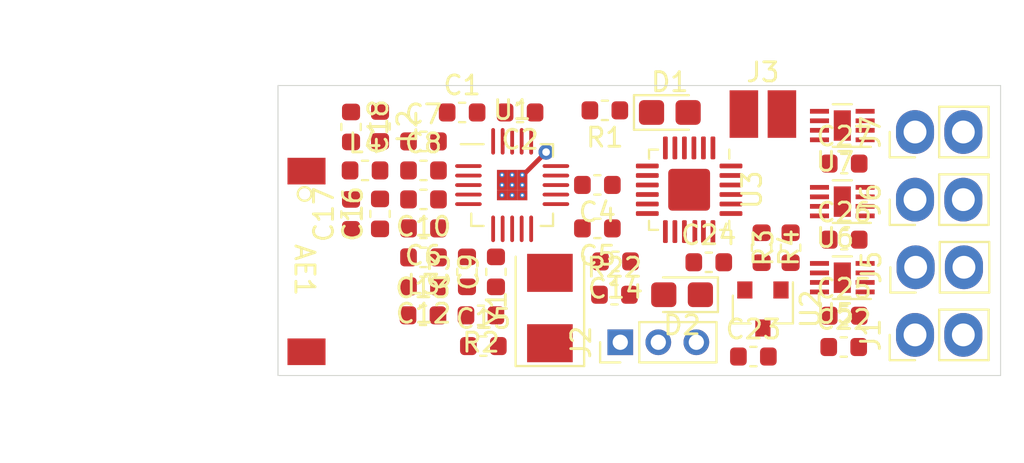
<source format=kicad_pcb>
(kicad_pcb (version 20190907) (host pcbnew "5.99.0-unknown-e6346c7~100~ubuntu18.04.1")

  (general
    (thickness 1.6)
    (drawings 6)
    (tracks 3)
    (modules 47)
    (nets 47)
  )

  (page "A4")
  (title_block
    (title "Malenki-insane")
    (date "2020-02-16")
  )

  (layers
    (0 "F.Cu" signal)
    (31 "B.Cu" signal)
    (32 "B.Adhes" user hide)
    (33 "F.Adhes" user hide)
    (34 "B.Paste" user hide)
    (35 "F.Paste" user hide)
    (36 "B.SilkS" user hide)
    (37 "F.SilkS" user hide)
    (38 "B.Mask" user hide)
    (39 "F.Mask" user hide)
    (40 "Dwgs.User" user)
    (41 "Cmts.User" user hide)
    (42 "Eco1.User" user hide)
    (43 "Eco2.User" user hide)
    (44 "Edge.Cuts" user)
    (45 "Margin" user hide)
    (46 "B.CrtYd" user hide)
    (47 "F.CrtYd" user)
    (48 "B.Fab" user)
    (49 "F.Fab" user)
  )

  (setup
    (stackup
      (layer "F.SilkS" (type "Top Silk Screen"))
      (layer "F.Paste" (type "Top Solder Paste"))
      (layer "F.Mask" (type "Top Solder Mask") (color "Green") (thickness 0.01))
      (layer "F.Cu" (type "copper") (thickness 0.035))
      (layer "dielectric 1" (type "core") (thickness 1.51) (material "FR4") (epsilon_r 4.5) (loss_tangent 0.02))
      (layer "B.Cu" (type "copper") (thickness 0.035))
      (layer "B.Mask" (type "Bottom Solder Mask") (color "Green") (thickness 0.01))
      (layer "B.Paste" (type "Bottom Solder Paste"))
      (layer "B.SilkS" (type "Bottom Silk Screen"))
      (copper_finish "ENIG")
      (dielectric_constraints no)
    )
    (last_trace_width 0.25)
    (user_trace_width 0.3)
    (user_trace_width 0.5)
    (user_trace_width 0.8)
    (trace_clearance 0.2)
    (zone_clearance 0.21)
    (zone_45_only no)
    (trace_min 0.2)
    (via_size 0.8)
    (via_drill 0.4)
    (via_min_size 0.4)
    (via_min_drill 0.3)
    (uvia_size 0.3)
    (uvia_drill 0.1)
    (uvias_allowed no)
    (uvia_min_size 0.2)
    (uvia_min_drill 0.1)
    (max_error 0.005)
    (defaults
      (edge_clearance 0.025)
      (edge_cuts_line_width 0.05)
      (courtyard_line_width 0.05)
      (copper_line_width 0.2)
      (copper_text_dims (size 1.5 1.5) (thickness 0.3) keep_upright)
      (silk_line_width 0.12)
      (silk_text_dims (size 1 1) (thickness 0.15) keep_upright)
      (other_layers_line_width 0.15)
      (other_layers_text_dims (size 1 1) (thickness 0.15) keep_upright)
    )
    (pad_size 1.524 1.524)
    (pad_drill 0.762)
    (pad_to_mask_clearance 0.051)
    (solder_mask_min_width 0.25)
    (aux_axis_origin 0 0)
    (visible_elements FFFDFF7F)
    (pcbplotparams
      (layerselection 0x110fc_ffffffff)
      (usegerberextensions false)
      (usegerberattributes false)
      (usegerberadvancedattributes false)
      (creategerberjobfile false)
      (excludeedgelayer true)
      (linewidth 0.100000)
      (plotframeref false)
      (viasonmask false)
      (mode 1)
      (useauxorigin false)
      (hpglpennumber 1)
      (hpglpenspeed 20)
      (hpglpendiameter 15.000000)
      (psnegative false)
      (psa4output false)
      (plotreference true)
      (plotvalue true)
      (plotinvisibletext false)
      (padsonsilk false)
      (subtractmaskfromsilk false)
      (outputformat 1)
      (mirror false)
      (drillshape 0)
      (scaleselection 1)
      (outputdirectory "plot/")
    )
  )

  (net 0 "")
  (net 1 "GND")
  (net 2 "VBAT")
  (net 3 "BLINKY")
  (net 4 "Net-(D1-Pad1)")
  (net 5 "TXDEBUG")
  (net 6 "Net-(D2-Pad1)")
  (net 7 "UPDI")
  (net 8 "Net-(J5-Pad2)")
  (net 9 "Net-(J5-Pad1)")
  (net 10 "Net-(J6-Pad2)")
  (net 11 "Net-(J6-Pad1)")
  (net 12 "Net-(J7-Pad2)")
  (net 13 "Net-(J7-Pad1)")
  (net 14 "SPI_SCS")
  (net 15 "GIO1")
  (net 16 "SPI_SCK")
  (net 17 "SPI_SDIO")
  (net 18 "Net-(U3-Pad18)")
  (net 19 "Net-(U3-Pad17)")
  (net 20 "MOTOR1R")
  (net 21 "MOTOR2R")
  (net 22 "MOTOR2F")
  (net 23 "Net-(U3-Pad11)")
  (net 24 "Net-(U3-Pad10)")
  (net 25 "Net-(U3-Pad9)")
  (net 26 "MOTOR3F")
  (net 27 "MOTOR3R")
  (net 28 "MOTOR1F")
  (net 29 "WEAPON2")
  (net 30 "VSENSE")
  (net 31 "VLOGIC")
  (net 32 "/ANT")
  (net 33 "/REGOA")
  (net 34 "Net-(C3-Pad2)")
  (net 35 "Net-(C4-Pad2)")
  (net 36 "Net-(C10-Pad2)")
  (net 37 "Net-(C6-Pad1)")
  (net 38 "Net-(C7-Pad1)")
  (net 39 "Net-(C8-Pad1)")
  (net 40 "Net-(C9-Pad2)")
  (net 41 "Net-(C10-Pad1)")
  (net 42 "Net-(C13-Pad2)")
  (net 43 "Net-(C14-Pad2)")
  (net 44 "Net-(C15-Pad2)")
  (net 45 "Net-(U1-Pad18)")
  (net 46 "Net-(U1-Pad17)")

  (net_class "Default" "This is the default net class."
    (clearance 0.2)
    (trace_width 0.25)
    (via_dia 0.8)
    (via_drill 0.4)
    (uvia_dia 0.3)
    (uvia_drill 0.1)
    (add_net "/ANT")
    (add_net "/REGOA")
    (add_net "BLINKY")
    (add_net "GIO1")
    (add_net "GND")
    (add_net "MOTOR1F")
    (add_net "MOTOR1R")
    (add_net "MOTOR2F")
    (add_net "MOTOR2R")
    (add_net "MOTOR3F")
    (add_net "MOTOR3R")
    (add_net "Net-(C10-Pad1)")
    (add_net "Net-(C10-Pad2)")
    (add_net "Net-(C13-Pad2)")
    (add_net "Net-(C14-Pad2)")
    (add_net "Net-(C15-Pad2)")
    (add_net "Net-(C3-Pad2)")
    (add_net "Net-(C4-Pad2)")
    (add_net "Net-(C6-Pad1)")
    (add_net "Net-(C7-Pad1)")
    (add_net "Net-(C8-Pad1)")
    (add_net "Net-(C9-Pad2)")
    (add_net "Net-(D1-Pad1)")
    (add_net "Net-(D2-Pad1)")
    (add_net "Net-(J5-Pad1)")
    (add_net "Net-(J5-Pad2)")
    (add_net "Net-(J6-Pad1)")
    (add_net "Net-(J6-Pad2)")
    (add_net "Net-(J7-Pad1)")
    (add_net "Net-(J7-Pad2)")
    (add_net "Net-(U1-Pad17)")
    (add_net "Net-(U1-Pad18)")
    (add_net "Net-(U3-Pad10)")
    (add_net "Net-(U3-Pad11)")
    (add_net "Net-(U3-Pad17)")
    (add_net "Net-(U3-Pad18)")
    (add_net "Net-(U3-Pad9)")
    (add_net "SPI_SCK")
    (add_net "SPI_SCS")
    (add_net "SPI_SDIO")
    (add_net "TXDEBUG")
    (add_net "UPDI")
    (add_net "VBAT")
    (add_net "VLOGIC")
    (add_net "VSENSE")
    (add_net "WEAPON2")
  )

  (module "malenki-nano:Rainsun_AN9520" (layer "F.Cu") (tedit 5E499C02) (tstamp 5E498EFE)
    (at 130.5 93 180)
    (path "/5E539468")
    (fp_text reference "AE1" (at 0.1 -5.2 270 unlocked) (layer "F.SilkS")
      (effects (font (size 1 1) (thickness 0.15)))
    )
    (fp_text value "Rainsun AN9520-245" (at 0.8 3 180 unlocked) (layer "F.Fab")
      (effects (font (size 1 1) (thickness 0.15)))
    )
    (fp_line (start -1.2 -9.4) (end -1.2 -0.3) (layer "F.Fab") (width 0.12))
    (fp_line (start 1.2 -9.4) (end 1.2 -0.3) (layer "F.Fab") (width 0.12))
    (fp_line (start -1.4 -10.4) (end -1.4 0.9) (layer "F.CrtYd") (width 0.12))
    (fp_line (start -1.4 0.9) (end 1.4 0.9) (layer "F.CrtYd") (width 0.12))
    (fp_line (start 1.4 0.9) (end 1.4 -10.4) (layer "F.CrtYd") (width 0.12))
    (fp_line (start 1.4 -10.4) (end -1.4 -10.4) (layer "F.CrtYd") (width 0.12))
    (fp_circle (center 0.1 -1.2) (end 0.4 -1) (layer "F.SilkS") (width 0.12))
    (pad "2" smd rect (at 0 -9.5 180) (size 2 1.4) (layers "F.Cu" "F.Paste" "F.Mask")
      (net 1 "GND"))
    (pad "1" smd rect (at 0 0 180) (size 2 1.4) (layers "F.Cu" "F.Paste" "F.Mask")
      (net 32 "/ANT"))
  )

  (module "malenki-nano:A7105_QFN-20" (layer "F.Cu") (tedit 5E4967E6) (tstamp 5E4991E4)
    (at 141.3145 93.734)
    (path "/5E4BC8CB")
    (attr smd)
    (fp_text reference "U1" (at 0 -3.95) (layer "F.SilkS")
      (effects (font (size 1 1) (thickness 0.15)))
    )
    (fp_text value "A7105" (at 0 3.95) (layer "F.Fab")
      (effects (font (size 1 1) (thickness 0.15)))
    )
    (fp_line (start -1 -2) (end -2 -1) (layer "F.Fab") (width 0.15))
    (fp_line (start -2 -1) (end -2 2) (layer "F.Fab") (width 0.15))
    (fp_line (start -2 2) (end 2 2) (layer "F.Fab") (width 0.15))
    (fp_line (start 2 2) (end 2 -2) (layer "F.Fab") (width 0.15))
    (fp_line (start 2 -2) (end -1 -2) (layer "F.Fab") (width 0.15))
    (fp_line (start 1.5 -2.15) (end 2.15 -2.15) (layer "F.SilkS") (width 0.12))
    (fp_line (start 2.15 -2.15) (end 2.15 -1.5) (layer "F.SilkS") (width 0.12))
    (fp_line (start 1.5 2.15) (end 2.15 2.15) (layer "F.SilkS") (width 0.12))
    (fp_line (start 2.15 2.15) (end 2.15 1.5) (layer "F.SilkS") (width 0.12))
    (fp_line (start -1.5 2.15) (end -2.15 2.15) (layer "F.SilkS") (width 0.12))
    (fp_line (start -2.15 2.15) (end -2.15 1.5) (layer "F.SilkS") (width 0.12))
    (fp_line (start -1.5 -2.15) (end -2.7 -2.15) (layer "F.SilkS") (width 0.12))
    (fp_line (start -2.95 -2.95) (end 2.95 -2.95) (layer "F.CrtYd") (width 0.05))
    (fp_line (start 2.95 -2.95) (end 2.95 2.95) (layer "F.CrtYd") (width 0.05))
    (fp_line (start 2.95 2.95) (end -2.95 2.95) (layer "F.CrtYd") (width 0.05))
    (fp_line (start -2.95 2.95) (end -2.95 -2.95) (layer "F.CrtYd") (width 0.05))
    (fp_poly (pts (xy 0.65 -0.3) (xy -0.7 -0.3) (xy -0.7 -0.65) (xy 0.65 -0.65)) (layer "F.Paste") (width 0.1))
    (fp_poly (pts (xy 0.65 0.7) (xy -0.7 0.7) (xy -0.7 0.35) (xy 0.65 0.35)) (layer "F.Paste") (width 0.1))
    (pad "21" thru_hole circle (at 0.533333 0.533333) (size 0.266666 0.266666) (drill 0.133333) (layers *.Cu *.Mask))
    (pad "21" thru_hole circle (at 0.533333 0) (size 0.266666 0.266666) (drill 0.133333) (layers *.Cu *.Mask))
    (pad "21" thru_hole circle (at 0.533333 -0.533333) (size 0.266666 0.266666) (drill 0.133333) (layers *.Cu *.Mask))
    (pad "21" thru_hole circle (at 0 0.533333) (size 0.266666 0.266666) (drill 0.133333) (layers *.Cu *.Mask))
    (pad "21" thru_hole circle (at 0 0) (size 0.266666 0.266666) (drill 0.133333) (layers *.Cu *.Mask))
    (pad "21" thru_hole circle (at 0 -0.533333) (size 0.266666 0.266666) (drill 0.133333) (layers *.Cu *.Mask))
    (pad "21" thru_hole circle (at -0.533333 0.533333) (size 0.266666 0.266666) (drill 0.133333) (layers *.Cu *.Mask))
    (pad "21" thru_hole circle (at -0.533333 0) (size 0.266666 0.266666) (drill 0.133333) (layers *.Cu *.Mask))
    (pad "21" thru_hole circle (at -0.533333 -0.533333) (size 0.266666 0.266666) (drill 0.133333) (layers *.Cu *.Mask))
    (pad "21" smd rect (at 0.533333 0.533333) (size 0.533333 0.533333) (layers "F.Cu" "F.Paste" "F.Mask")
      (solder_paste_margin -0.75))
    (pad "21" smd rect (at 0.533333 0) (size 0.533333 0.533333) (layers "F.Cu" "F.Paste" "F.Mask")
      (solder_paste_margin -0.75))
    (pad "21" smd rect (at 0.533333 -0.533333) (size 0.533333 0.533333) (layers "F.Cu" "F.Paste" "F.Mask")
      (solder_paste_margin -0.75))
    (pad "21" smd rect (at 0 0.533333) (size 0.533333 0.533333) (layers "F.Cu" "F.Paste" "F.Mask")
      (solder_paste_margin -0.75))
    (pad "21" smd rect (at 0 0) (size 0.533333 0.533333) (layers "F.Cu" "F.Paste" "F.Mask")
      (solder_paste_margin -0.75))
    (pad "21" smd rect (at 0 -0.533333) (size 0.533333 0.533333) (layers "F.Cu" "F.Paste" "F.Mask")
      (solder_paste_margin -0.75))
    (pad "21" smd rect (at -0.533333 0.533333) (size 0.533333 0.533333) (layers "F.Cu" "F.Paste" "F.Mask")
      (solder_paste_margin -0.75))
    (pad "21" smd rect (at -0.533333 0) (size 0.533333 0.533333) (layers "F.Cu" "F.Paste" "F.Mask")
      (solder_paste_margin -0.75))
    (pad "21" smd rect (at -0.533333 -0.533333) (size 0.533333 0.533333) (layers "F.Cu" "F.Paste" "F.Mask")
      (solder_paste_margin -0.75))
    (pad "20" smd oval (at -1 -2.3) (size 0.2 1.4) (layers "F.Cu" "F.Paste" "F.Mask")
      (net 33 "/REGOA"))
    (pad "19" smd oval (at -0.5 -2.3) (size 0.2 1.4) (layers "F.Cu" "F.Paste" "F.Mask")
      (net 31 "VLOGIC"))
    (pad "18" smd oval (at 0 -2.3) (size 0.2 1.4) (layers "F.Cu" "F.Paste" "F.Mask")
      (net 45 "Net-(U1-Pad18)"))
    (pad "17" smd oval (at 0.5 -2.3) (size 0.2 1.4) (layers "F.Cu" "F.Paste" "F.Mask")
      (net 46 "Net-(U1-Pad17)"))
    (pad "16" smd oval (at 1 -2.3) (size 0.2 1.4) (layers "F.Cu" "F.Paste" "F.Mask")
      (net 15 "GIO1"))
    (pad "15" smd oval (at 2.3 -1 90) (size 0.2 1.4) (layers "F.Cu" "F.Paste" "F.Mask")
      (net 1 "GND"))
    (pad "14" smd oval (at 2.3 -0.5 90) (size 0.2 1.4) (layers "F.Cu" "F.Paste" "F.Mask")
      (net 17 "SPI_SDIO"))
    (pad "13" smd oval (at 2.3 0 90) (size 0.2 1.4) (layers "F.Cu" "F.Paste" "F.Mask")
      (net 35 "Net-(C4-Pad2)"))
    (pad "12" smd oval (at 2.3 0.5 90) (size 0.2 1.4) (layers "F.Cu" "F.Paste" "F.Mask")
      (net 16 "SPI_SCK"))
    (pad "11" smd oval (at 2.3 1 90) (size 0.2 1.4) (layers "F.Cu" "F.Paste" "F.Mask")
      (net 14 "SPI_SCS"))
    (pad "10" smd oval (at 1 2.3) (size 0.2 1.4) (layers "F.Cu" "F.Paste" "F.Mask")
      (net 33 "/REGOA"))
    (pad "9" smd oval (at 0.5 2.3) (size 0.2 1.4) (layers "F.Cu" "F.Paste" "F.Mask")
      (net 43 "Net-(C14-Pad2)"))
    (pad "8" smd oval (at 0 2.3) (size 0.2 1.4) (layers "F.Cu" "F.Paste" "F.Mask")
      (net 44 "Net-(C15-Pad2)"))
    (pad "7" smd oval (at -0.5 2.3) (size 0.2 1.4) (layers "F.Cu" "F.Paste" "F.Mask")
      (net 1 "GND"))
    (pad "6" smd oval (at -1 2.3) (size 0.2 1.4) (layers "F.Cu" "F.Paste" "F.Mask")
      (net 40 "Net-(C9-Pad2)"))
    (pad "5" smd oval (at -2.3 1 90) (size 0.2 1.4) (layers "F.Cu" "F.Paste" "F.Mask")
      (net 34 "Net-(C3-Pad2)"))
    (pad "4" smd oval (at -2.3 0.5 90) (size 0.2 1.4) (layers "F.Cu" "F.Paste" "F.Mask")
      (net 37 "Net-(C6-Pad1)"))
    (pad "3" smd oval (at -2.3 0 90) (size 0.2 1.4) (layers "F.Cu" "F.Paste" "F.Mask")
      (net 41 "Net-(C10-Pad1)"))
    (pad "2" smd oval (at -2.3 -0.5 90) (size 0.2 1.4) (layers "F.Cu" "F.Paste" "F.Mask")
      (net 39 "Net-(C8-Pad1)"))
    (pad "1" smd oval (at -2.3 -1 90) (size 0.2 1.4) (layers "F.Cu" "F.Paste" "F.Mask")
      (net 38 "Net-(C7-Pad1)"))
  )

  (module "Crystal:Crystal_SMD_5032-2Pin_5.0x3.2mm" (layer "F.Cu") (tedit 5A0FD1B2) (tstamp 5E499297)
    (at 143.3 100.2 90)
    (descr "SMD Crystal SERIES SMD2520/2 http://www.icbase.com/File/PDF/HKC/HKC00061008.pdf, 5.0x3.2mm^2 package")
    (tags "SMD SMT crystal")
    (path "/5E58FCC7")
    (attr smd)
    (fp_text reference "Y1" (at 0 -2.8 90) (layer "F.SilkS")
      (effects (font (size 1 1) (thickness 0.15)))
    )
    (fp_text value "16Mhz" (at 0 2.8 90) (layer "F.Fab")
      (effects (font (size 1 1) (thickness 0.15)))
    )
    (fp_circle (center 0 0) (end 0.093333 0) (layer "F.Adhes") (width 0.186667))
    (fp_circle (center 0 0) (end 0.213333 0) (layer "F.Adhes") (width 0.133333))
    (fp_circle (center 0 0) (end 0.333333 0) (layer "F.Adhes") (width 0.133333))
    (fp_circle (center 0 0) (end 0.4 0) (layer "F.Adhes") (width 0.1))
    (fp_line (start 3.1 -1.9) (end -3.1 -1.9) (layer "F.CrtYd") (width 0.05))
    (fp_line (start 3.1 1.9) (end 3.1 -1.9) (layer "F.CrtYd") (width 0.05))
    (fp_line (start -3.1 1.9) (end 3.1 1.9) (layer "F.CrtYd") (width 0.05))
    (fp_line (start -3.1 -1.9) (end -3.1 1.9) (layer "F.CrtYd") (width 0.05))
    (fp_line (start -3.05 1.8) (end 2.7 1.8) (layer "F.SilkS") (width 0.12))
    (fp_line (start -3.05 -1.8) (end -3.05 1.8) (layer "F.SilkS") (width 0.12))
    (fp_line (start 2.7 -1.8) (end -3.05 -1.8) (layer "F.SilkS") (width 0.12))
    (fp_line (start -2.5 0.6) (end -1.5 1.6) (layer "F.Fab") (width 0.1))
    (fp_line (start -2.5 -1.4) (end -2.3 -1.6) (layer "F.Fab") (width 0.1))
    (fp_line (start -2.5 1.4) (end -2.5 -1.4) (layer "F.Fab") (width 0.1))
    (fp_line (start -2.3 1.6) (end -2.5 1.4) (layer "F.Fab") (width 0.1))
    (fp_line (start 2.3 1.6) (end -2.3 1.6) (layer "F.Fab") (width 0.1))
    (fp_line (start 2.5 1.4) (end 2.3 1.6) (layer "F.Fab") (width 0.1))
    (fp_line (start 2.5 -1.4) (end 2.5 1.4) (layer "F.Fab") (width 0.1))
    (fp_line (start 2.3 -1.6) (end 2.5 -1.4) (layer "F.Fab") (width 0.1))
    (fp_line (start -2.3 -1.6) (end 2.3 -1.6) (layer "F.Fab") (width 0.1))
    (fp_text user "%R" (at 0 0 90) (layer "F.Fab")
      (effects (font (size 1 1) (thickness 0.15)))
    )
    (pad "2" smd rect (at 1.85 0 90) (size 2 2.4) (layers "F.Cu" "F.Paste" "F.Mask")
      (net 43 "Net-(C14-Pad2)"))
    (pad "1" smd rect (at -1.85 0 90) (size 2 2.4) (layers "F.Cu" "F.Paste" "F.Mask")
      (net 44 "Net-(C15-Pad2)"))
    (model "${KISYS3DMOD}/Crystal.3dshapes/Crystal_SMD_5032-2Pin_5.0x3.2mm.wrl"
      (at (xyz 0 0 0))
      (scale (xyz 1 1 1))
      (rotate (xyz 0 0 0))
    )
  )

  (module "malenki-nano:WSON-8-1EP_2x2mm_P0.5mm_HAND1" (layer "F.Cu") (tedit 5E3AFA34) (tstamp 5E49927C)
    (at 158.676 90.604 180)
    (descr "8-Lead Plastic WSON, 2x2mm Body, 0.5mm Pitch, WSON-8, http://www.ti.com/lit/ds/symlink/lm27761.pdf")
    (tags "WSON 8 1EP")
    (path "/5E3C9710")
    (attr smd)
    (fp_text reference "U7" (at 0.38 -1.9) (layer "F.SilkS")
      (effects (font (size 1 1) (thickness 0.15)))
    )
    (fp_text value "DRV8837C" (at 0.01 2.14) (layer "F.Fab")
      (effects (font (size 1 1) (thickness 0.15)))
    )
    (fp_text user "%R" (at 0 0) (layer "F.Fab")
      (effects (font (size 0.7 0.7) (thickness 0.1)))
    )
    (fp_line (start -0.5 -1) (end -1 -0.5) (layer "F.Fab") (width 0.1))
    (fp_line (start -1 1) (end -1 -0.5) (layer "F.Fab") (width 0.1))
    (fp_line (start 1 1) (end -1 1) (layer "F.Fab") (width 0.1))
    (fp_line (start 1 -1) (end 1 1) (layer "F.Fab") (width 0.1))
    (fp_line (start -0.5 -1) (end 1 -1) (layer "F.Fab") (width 0.1))
    (fp_line (start -1.6 -1.25) (end -1.6 1.25) (layer "F.CrtYd") (width 0.05))
    (fp_line (start 1.6 -1.25) (end 1.6 1.25) (layer "F.CrtYd") (width 0.05))
    (fp_line (start -1.6 -1.25) (end 1.6 -1.25) (layer "F.CrtYd") (width 0.05))
    (fp_line (start -1.6 1.25) (end 1.6 1.25) (layer "F.CrtYd") (width 0.05))
    (fp_line (start 0.5 1.12) (end -0.5 1.12) (layer "F.SilkS") (width 0.12))
    (fp_line (start -1.5 -1.12) (end 0.5 -1.12) (layer "F.SilkS") (width 0.12))
    (pad "" smd rect (at 0 -0.4 180) (size 0.75 0.65) (layers "F.Paste"))
    (pad "" smd rect (at 0 0.4 180) (size 0.75 0.65) (layers "F.Paste"))
    (pad "6" smd rect (at 1.2 0.25 180) (size 1 0.25) (layers "F.Cu" "F.Paste" "F.Mask")
      (net 26 "MOTOR3F"))
    (pad "5" smd rect (at 1.2 0.75 180) (size 1 0.25) (layers "F.Cu" "F.Paste" "F.Mask")
      (net 27 "MOTOR3R"))
    (pad "4" smd rect (at -1.2 0.75 180) (size 1 0.25) (layers "F.Cu" "F.Paste" "F.Mask")
      (net 1 "GND"))
    (pad "2" smd rect (at -1.2 -0.25 180) (size 1 0.25) (layers "F.Cu" "F.Paste" "F.Mask")
      (net 12 "Net-(J7-Pad2)"))
    (pad "1" smd rect (at -1.2 -0.75 180) (size 1 0.25) (layers "F.Cu" "F.Paste" "F.Mask")
      (net 2 "VBAT"))
    (pad "9" smd rect (at 0 0 180) (size 0.9 1.6) (layers "F.Cu" "F.Mask")
      (net 1 "GND"))
    (pad "8" smd rect (at 1.2 -0.75 180) (size 1 0.25) (layers "F.Cu" "F.Paste" "F.Mask")
      (net 31 "VLOGIC"))
    (pad "7" smd rect (at 1.2 -0.25 180) (size 1 0.25) (layers "F.Cu" "F.Paste" "F.Mask")
      (net 31 "VLOGIC"))
    (pad "3" smd rect (at -1.2 0.25 180) (size 1 0.25) (layers "F.Cu" "F.Paste" "F.Mask")
      (net 13 "Net-(J7-Pad1)"))
    (model "${KISYS3DMOD}/Package_SON.3dshapes/WSON-8-1EP_2x2mm_P0.5mm_EP0.9x1.6mm.wrl"
      (at (xyz 0 0 0))
      (scale (xyz 1 1 1))
      (rotate (xyz 0 0 0))
    )
  )

  (module "malenki-nano:WSON-8-1EP_2x2mm_P0.5mm_HAND1" (layer "F.Cu") (tedit 5E3AFA34) (tstamp 5E499261)
    (at 158.676 94.604 180)
    (descr "8-Lead Plastic WSON, 2x2mm Body, 0.5mm Pitch, WSON-8, http://www.ti.com/lit/ds/symlink/lm27761.pdf")
    (tags "WSON 8 1EP")
    (path "/5E3B805F")
    (attr smd)
    (fp_text reference "U6" (at 0.38 -1.9) (layer "F.SilkS")
      (effects (font (size 1 1) (thickness 0.15)))
    )
    (fp_text value "DRV8837C" (at 0.01 2.14) (layer "F.Fab")
      (effects (font (size 1 1) (thickness 0.15)))
    )
    (fp_text user "%R" (at 0 0) (layer "F.Fab")
      (effects (font (size 0.7 0.7) (thickness 0.1)))
    )
    (fp_line (start -0.5 -1) (end -1 -0.5) (layer "F.Fab") (width 0.1))
    (fp_line (start -1 1) (end -1 -0.5) (layer "F.Fab") (width 0.1))
    (fp_line (start 1 1) (end -1 1) (layer "F.Fab") (width 0.1))
    (fp_line (start 1 -1) (end 1 1) (layer "F.Fab") (width 0.1))
    (fp_line (start -0.5 -1) (end 1 -1) (layer "F.Fab") (width 0.1))
    (fp_line (start -1.6 -1.25) (end -1.6 1.25) (layer "F.CrtYd") (width 0.05))
    (fp_line (start 1.6 -1.25) (end 1.6 1.25) (layer "F.CrtYd") (width 0.05))
    (fp_line (start -1.6 -1.25) (end 1.6 -1.25) (layer "F.CrtYd") (width 0.05))
    (fp_line (start -1.6 1.25) (end 1.6 1.25) (layer "F.CrtYd") (width 0.05))
    (fp_line (start 0.5 1.12) (end -0.5 1.12) (layer "F.SilkS") (width 0.12))
    (fp_line (start -1.5 -1.12) (end 0.5 -1.12) (layer "F.SilkS") (width 0.12))
    (pad "" smd rect (at 0 -0.4 180) (size 0.75 0.65) (layers "F.Paste"))
    (pad "" smd rect (at 0 0.4 180) (size 0.75 0.65) (layers "F.Paste"))
    (pad "6" smd rect (at 1.2 0.25 180) (size 1 0.25) (layers "F.Cu" "F.Paste" "F.Mask")
      (net 22 "MOTOR2F"))
    (pad "5" smd rect (at 1.2 0.75 180) (size 1 0.25) (layers "F.Cu" "F.Paste" "F.Mask")
      (net 21 "MOTOR2R"))
    (pad "4" smd rect (at -1.2 0.75 180) (size 1 0.25) (layers "F.Cu" "F.Paste" "F.Mask")
      (net 1 "GND"))
    (pad "2" smd rect (at -1.2 -0.25 180) (size 1 0.25) (layers "F.Cu" "F.Paste" "F.Mask")
      (net 10 "Net-(J6-Pad2)"))
    (pad "1" smd rect (at -1.2 -0.75 180) (size 1 0.25) (layers "F.Cu" "F.Paste" "F.Mask")
      (net 2 "VBAT"))
    (pad "9" smd rect (at 0 0 180) (size 0.9 1.6) (layers "F.Cu" "F.Mask")
      (net 1 "GND"))
    (pad "8" smd rect (at 1.2 -0.75 180) (size 1 0.25) (layers "F.Cu" "F.Paste" "F.Mask")
      (net 31 "VLOGIC"))
    (pad "7" smd rect (at 1.2 -0.25 180) (size 1 0.25) (layers "F.Cu" "F.Paste" "F.Mask")
      (net 31 "VLOGIC"))
    (pad "3" smd rect (at -1.2 0.25 180) (size 1 0.25) (layers "F.Cu" "F.Paste" "F.Mask")
      (net 11 "Net-(J6-Pad1)"))
    (model "${KISYS3DMOD}/Package_SON.3dshapes/WSON-8-1EP_2x2mm_P0.5mm_EP0.9x1.6mm.wrl"
      (at (xyz 0 0 0))
      (scale (xyz 1 1 1))
      (rotate (xyz 0 0 0))
    )
  )

  (module "malenki-nano:WSON-8-1EP_2x2mm_P0.5mm_HAND1" (layer "F.Cu") (tedit 5E3AFA34) (tstamp 5E499246)
    (at 158.676 98.604 180)
    (descr "8-Lead Plastic WSON, 2x2mm Body, 0.5mm Pitch, WSON-8, http://www.ti.com/lit/ds/symlink/lm27761.pdf")
    (tags "WSON 8 1EP")
    (path "/5E3AFAE0")
    (attr smd)
    (fp_text reference "U5" (at 0.38 -1.9) (layer "F.SilkS")
      (effects (font (size 1 1) (thickness 0.15)))
    )
    (fp_text value "DRV8837C" (at 0.01 2.14) (layer "F.Fab")
      (effects (font (size 1 1) (thickness 0.15)))
    )
    (fp_text user "%R" (at 0 0) (layer "F.Fab")
      (effects (font (size 0.7 0.7) (thickness 0.1)))
    )
    (fp_line (start -0.5 -1) (end -1 -0.5) (layer "F.Fab") (width 0.1))
    (fp_line (start -1 1) (end -1 -0.5) (layer "F.Fab") (width 0.1))
    (fp_line (start 1 1) (end -1 1) (layer "F.Fab") (width 0.1))
    (fp_line (start 1 -1) (end 1 1) (layer "F.Fab") (width 0.1))
    (fp_line (start -0.5 -1) (end 1 -1) (layer "F.Fab") (width 0.1))
    (fp_line (start -1.6 -1.25) (end -1.6 1.25) (layer "F.CrtYd") (width 0.05))
    (fp_line (start 1.6 -1.25) (end 1.6 1.25) (layer "F.CrtYd") (width 0.05))
    (fp_line (start -1.6 -1.25) (end 1.6 -1.25) (layer "F.CrtYd") (width 0.05))
    (fp_line (start -1.6 1.25) (end 1.6 1.25) (layer "F.CrtYd") (width 0.05))
    (fp_line (start 0.5 1.12) (end -0.5 1.12) (layer "F.SilkS") (width 0.12))
    (fp_line (start -1.5 -1.12) (end 0.5 -1.12) (layer "F.SilkS") (width 0.12))
    (pad "" smd rect (at 0 -0.4 180) (size 0.75 0.65) (layers "F.Paste"))
    (pad "" smd rect (at 0 0.4 180) (size 0.75 0.65) (layers "F.Paste"))
    (pad "6" smd rect (at 1.2 0.25 180) (size 1 0.25) (layers "F.Cu" "F.Paste" "F.Mask")
      (net 28 "MOTOR1F"))
    (pad "5" smd rect (at 1.2 0.75 180) (size 1 0.25) (layers "F.Cu" "F.Paste" "F.Mask")
      (net 20 "MOTOR1R"))
    (pad "4" smd rect (at -1.2 0.75 180) (size 1 0.25) (layers "F.Cu" "F.Paste" "F.Mask")
      (net 1 "GND"))
    (pad "2" smd rect (at -1.2 -0.25 180) (size 1 0.25) (layers "F.Cu" "F.Paste" "F.Mask")
      (net 8 "Net-(J5-Pad2)"))
    (pad "1" smd rect (at -1.2 -0.75 180) (size 1 0.25) (layers "F.Cu" "F.Paste" "F.Mask")
      (net 2 "VBAT"))
    (pad "9" smd rect (at 0 0 180) (size 0.9 1.6) (layers "F.Cu" "F.Mask")
      (net 1 "GND"))
    (pad "8" smd rect (at 1.2 -0.75 180) (size 1 0.25) (layers "F.Cu" "F.Paste" "F.Mask")
      (net 31 "VLOGIC"))
    (pad "7" smd rect (at 1.2 -0.25 180) (size 1 0.25) (layers "F.Cu" "F.Paste" "F.Mask")
      (net 31 "VLOGIC"))
    (pad "3" smd rect (at -1.2 0.25 180) (size 1 0.25) (layers "F.Cu" "F.Paste" "F.Mask")
      (net 9 "Net-(J5-Pad1)"))
    (model "${KISYS3DMOD}/Package_SON.3dshapes/WSON-8-1EP_2x2mm_P0.5mm_EP0.9x1.6mm.wrl"
      (at (xyz 0 0 0))
      (scale (xyz 1 1 1))
      (rotate (xyz 0 0 0))
    )
  )

  (module "malenki-nano:qfn24-hand1" (layer "F.Cu") (tedit 5DC47AFF) (tstamp 5E49922B)
    (at 150.622 93.98 -90)
    (descr "QFN, 24 Pin (http://ww1.microchip.com/downloads/en/PackagingSpec/00000049BQ.pdf#page=278), generated with kicad-footprint-generator ipc_dfn_qfn_generator.py")
    (tags "QFN DFN_QFN")
    (path "/5DC45560")
    (attr smd)
    (fp_text reference "U3" (at 0 -3.3 90) (layer "F.SilkS")
      (effects (font (size 1 1) (thickness 0.15)))
    )
    (fp_text value "ATtiny1617-M" (at 0 3.3 90) (layer "F.Fab")
      (effects (font (size 1 1) (thickness 0.15)))
    )
    (fp_line (start 1.635 -2.11) (end 2.11 -2.11) (layer "F.SilkS") (width 0.12))
    (fp_line (start 2.11 -2.11) (end 2.11 -1.635) (layer "F.SilkS") (width 0.12))
    (fp_line (start -1.635 2.11) (end -2.11 2.11) (layer "F.SilkS") (width 0.12))
    (fp_line (start -2.11 2.11) (end -2.11 1.635) (layer "F.SilkS") (width 0.12))
    (fp_line (start 1.635 2.11) (end 2.11 2.11) (layer "F.SilkS") (width 0.12))
    (fp_line (start 2.11 2.11) (end 2.11 1.635) (layer "F.SilkS") (width 0.12))
    (fp_line (start -1.635 -2.11) (end -2.11 -2.11) (layer "F.SilkS") (width 0.12))
    (fp_line (start -1 -2) (end 2 -2) (layer "F.Fab") (width 0.1))
    (fp_line (start 2 -2) (end 2 2) (layer "F.Fab") (width 0.1))
    (fp_line (start 2 2) (end -2 2) (layer "F.Fab") (width 0.1))
    (fp_line (start -2 2) (end -2 -1) (layer "F.Fab") (width 0.1))
    (fp_line (start -2 -1) (end -1 -2) (layer "F.Fab") (width 0.1))
    (fp_line (start -2.6 -2.6) (end -2.6 2.6) (layer "F.CrtYd") (width 0.05))
    (fp_line (start -2.6 2.6) (end 2.6 2.6) (layer "F.CrtYd") (width 0.05))
    (fp_line (start 2.6 2.6) (end 2.6 -2.6) (layer "F.CrtYd") (width 0.05))
    (fp_line (start 2.6 -2.6) (end -2.6 -2.6) (layer "F.CrtYd") (width 0.05))
    (fp_text user "%R" (at 0 0 90) (layer "F.Fab")
      (effects (font (size 1 1) (thickness 0.15)))
    )
    (pad "24" smd roundrect (at -1.25 -2.2 270) (size 0.25 1.2) (layers "F.Cu" "F.Paste" "F.Mask") (roundrect_rratio 0.25)
      (net 5 "TXDEBUG"))
    (pad "23" smd roundrect (at -0.75 -2.2 270) (size 0.25 1.2) (layers "F.Cu" "F.Paste" "F.Mask") (roundrect_rratio 0.25)
      (net 7 "UPDI"))
    (pad "22" smd roundrect (at -0.25 -2.2 270) (size 0.25 1.2) (layers "F.Cu" "F.Paste" "F.Mask") (roundrect_rratio 0.25)
      (net 3 "BLINKY"))
    (pad "21" smd roundrect (at 0.25 -2.2 270) (size 0.25 1.2) (layers "F.Cu" "F.Paste" "F.Mask") (roundrect_rratio 0.25)
      (net 1 "GND"))
    (pad "20" smd roundrect (at 0.75 -2.2 270) (size 0.25 1.2) (layers "F.Cu" "F.Paste" "F.Mask") (roundrect_rratio 0.25)
      (net 1 "GND"))
    (pad "19" smd roundrect (at 1.25 -2.2 270) (size 0.25 1.2) (layers "F.Cu" "F.Paste" "F.Mask") (roundrect_rratio 0.25)
      (net 30 "VSENSE"))
    (pad "18" smd roundrect (at 2.2 -1.25 270) (size 1.2 0.25) (layers "F.Cu" "F.Paste" "F.Mask") (roundrect_rratio 0.25)
      (net 18 "Net-(U3-Pad18)"))
    (pad "17" smd roundrect (at 2.2 -0.75 270) (size 1.2 0.25) (layers "F.Cu" "F.Paste" "F.Mask") (roundrect_rratio 0.25)
      (net 19 "Net-(U3-Pad17)"))
    (pad "16" smd roundrect (at 2.2 -0.3 270) (size 1.2 0.25) (layers "F.Cu" "F.Paste" "F.Mask") (roundrect_rratio 0.25)
      (net 20 "MOTOR1R"))
    (pad "15" smd roundrect (at 2.2 0.25 270) (size 1.2 0.25) (layers "F.Cu" "F.Paste" "F.Mask") (roundrect_rratio 0.25)
      (net 21 "MOTOR2R"))
    (pad "14" smd roundrect (at 2.2 0.75 270) (size 1.2 0.25) (layers "F.Cu" "F.Paste" "F.Mask") (roundrect_rratio 0.25)
      (net 22 "MOTOR2F"))
    (pad "13" smd roundrect (at 2.2 1.25 270) (size 1.2 0.25) (layers "F.Cu" "F.Paste" "F.Mask") (roundrect_rratio 0.25)
      (net 14 "SPI_SCS"))
    (pad "12" smd roundrect (at 1.25 2.2 270) (size 0.25 1.2) (layers "F.Cu" "F.Paste" "F.Mask") (roundrect_rratio 0.25)
      (net 29 "WEAPON2"))
    (pad "11" smd roundrect (at 0.75 2.2 270) (size 0.25 1.2) (layers "F.Cu" "F.Paste" "F.Mask") (roundrect_rratio 0.25)
      (net 23 "Net-(U3-Pad11)"))
    (pad "10" smd roundrect (at 0.25 2.2 270) (size 0.25 1.2) (layers "F.Cu" "F.Paste" "F.Mask") (roundrect_rratio 0.25)
      (net 24 "Net-(U3-Pad10)"))
    (pad "9" smd roundrect (at -0.25 2.2 270) (size 0.25 1.2) (layers "F.Cu" "F.Paste" "F.Mask") (roundrect_rratio 0.25)
      (net 25 "Net-(U3-Pad9)"))
    (pad "8" smd roundrect (at -0.75 2.2 270) (size 0.25 1.2) (layers "F.Cu" "F.Paste" "F.Mask") (roundrect_rratio 0.25)
      (net 16 "SPI_SCK"))
    (pad "7" smd roundrect (at -1.25 2.2 270) (size 0.25 1.2) (layers "F.Cu" "F.Paste" "F.Mask") (roundrect_rratio 0.25)
      (net 17 "SPI_SDIO"))
    (pad "6" smd roundrect (at -2.2 1.25 270) (size 1.2 0.25) (layers "F.Cu" "F.Paste" "F.Mask") (roundrect_rratio 0.25)
      (net 26 "MOTOR3F"))
    (pad "5" smd roundrect (at -2.2 0.75 270) (size 1.2 0.25) (layers "F.Cu" "F.Paste" "F.Mask") (roundrect_rratio 0.25)
      (net 27 "MOTOR3R"))
    (pad "4" smd roundrect (at -2.2 0.25 270) (size 1.2 0.25) (layers "F.Cu" "F.Paste" "F.Mask") (roundrect_rratio 0.25)
      (net 31 "VLOGIC"))
    (pad "3" smd roundrect (at -2.2 -0.25 270) (size 1.2 0.25) (layers "F.Cu" "F.Paste" "F.Mask") (roundrect_rratio 0.25)
      (net 1 "GND"))
    (pad "2" smd roundrect (at -2.2 -0.75 270) (size 1.2 0.25) (layers "F.Cu" "F.Paste" "F.Mask") (roundrect_rratio 0.25)
      (net 15 "GIO1"))
    (pad "1" smd roundrect (at -2.2 -1.25 270) (size 1.2 0.25) (layers "F.Cu" "F.Paste" "F.Mask") (roundrect_rratio 0.25)
      (net 28 "MOTOR1F"))
    (pad "" smd roundrect (at 0.65 0.65 270) (size 0.8 0.8) (layers "F.Paste") (roundrect_rratio 0.238))
    (pad "" smd roundrect (at 0.65 -0.65 270) (size 0.8 0.8) (layers "F.Paste") (roundrect_rratio 0.238))
    (pad "" smd roundrect (at -0.65 0.65 270) (size 0.8 0.8) (layers "F.Paste") (roundrect_rratio 0.238))
    (pad "" smd roundrect (at -0.65 -0.65 270) (size 0.8 0.8) (layers "F.Paste") (roundrect_rratio 0.238))
    (pad "25" smd roundrect (at 0 0 270) (size 2.2 2.2) (layers "F.Cu" "F.Mask") (roundrect_rratio 0.096)
      (net 1 "GND"))
    (model "${KISYS3DMOD}/Package_DFN_QFN.3dshapes/QFN-24-1EP_4x4mm_P0.5mm_EP2.6x2.6mm.wrl"
      (at (xyz 0 0 0))
      (scale (xyz 1 1 1))
      (rotate (xyz 0 0 0))
    )
  )

  (module "Package_TO_SOT_SMD:SOT-23" (layer "F.Cu") (tedit 5A02FF57) (tstamp 5E4991F9)
    (at 154.5 100.25 -90)
    (descr "SOT-23, Standard")
    (tags "SOT-23")
    (path "/5DCB118A")
    (attr smd)
    (fp_text reference "U2" (at 0 -2.5 90) (layer "F.SilkS")
      (effects (font (size 1 1) (thickness 0.15)))
    )
    (fp_text value "HT7233" (at 0 2.5 90) (layer "F.Fab")
      (effects (font (size 1 1) (thickness 0.15)))
    )
    (fp_line (start 0.76 1.58) (end -0.7 1.58) (layer "F.SilkS") (width 0.12))
    (fp_line (start 0.76 -1.58) (end -1.4 -1.58) (layer "F.SilkS") (width 0.12))
    (fp_line (start -1.7 1.75) (end -1.7 -1.75) (layer "F.CrtYd") (width 0.05))
    (fp_line (start 1.7 1.75) (end -1.7 1.75) (layer "F.CrtYd") (width 0.05))
    (fp_line (start 1.7 -1.75) (end 1.7 1.75) (layer "F.CrtYd") (width 0.05))
    (fp_line (start -1.7 -1.75) (end 1.7 -1.75) (layer "F.CrtYd") (width 0.05))
    (fp_line (start 0.76 -1.58) (end 0.76 -0.65) (layer "F.SilkS") (width 0.12))
    (fp_line (start 0.76 1.58) (end 0.76 0.65) (layer "F.SilkS") (width 0.12))
    (fp_line (start -0.7 1.52) (end 0.7 1.52) (layer "F.Fab") (width 0.1))
    (fp_line (start 0.7 -1.52) (end 0.7 1.52) (layer "F.Fab") (width 0.1))
    (fp_line (start -0.7 -0.95) (end -0.15 -1.52) (layer "F.Fab") (width 0.1))
    (fp_line (start -0.15 -1.52) (end 0.7 -1.52) (layer "F.Fab") (width 0.1))
    (fp_line (start -0.7 -0.95) (end -0.7 1.5) (layer "F.Fab") (width 0.1))
    (fp_text user "%R" (at 0 0) (layer "F.Fab")
      (effects (font (size 0.5 0.5) (thickness 0.075)))
    )
    (pad "3" smd rect (at 1 0 270) (size 0.9 0.8) (layers "F.Cu" "F.Paste" "F.Mask")
      (net 2 "VBAT"))
    (pad "2" smd rect (at -1 0.95 270) (size 0.9 0.8) (layers "F.Cu" "F.Paste" "F.Mask")
      (net 31 "VLOGIC"))
    (pad "1" smd rect (at -1 -0.95 270) (size 0.9 0.8) (layers "F.Cu" "F.Paste" "F.Mask")
      (net 1 "GND"))
    (model "${KISYS3DMOD}/Package_TO_SOT_SMD.3dshapes/SOT-23.wrl"
      (at (xyz 0 0 0))
      (scale (xyz 1 1 1))
      (rotate (xyz 0 0 0))
    )
  )

  (module "Resistor_SMD:R_0603_1608Metric" (layer "F.Cu") (tedit 5B301BBD) (tstamp 5E49D685)
    (at 146.694 99.5)
    (descr "Resistor SMD 0603 (1608 Metric), square (rectangular) end terminal, IPC_7351 nominal, (Body size source: http://www.tortai-tech.com/upload/download/2011102023233369053.pdf), generated with kicad-footprint-generator")
    (tags "resistor")
    (path "/5D6AB858")
    (attr smd)
    (fp_text reference "R22" (at 0 -1.43) (layer "F.SilkS")
      (effects (font (size 1 1) (thickness 0.15)))
    )
    (fp_text value "220R" (at 0 1.43) (layer "F.Fab")
      (effects (font (size 1 1) (thickness 0.15)))
    )
    (fp_text user "%R" (at 0 0) (layer "F.Fab")
      (effects (font (size 0.4 0.4) (thickness 0.06)))
    )
    (fp_line (start 1.48 0.73) (end -1.48 0.73) (layer "F.CrtYd") (width 0.05))
    (fp_line (start 1.48 -0.73) (end 1.48 0.73) (layer "F.CrtYd") (width 0.05))
    (fp_line (start -1.48 -0.73) (end 1.48 -0.73) (layer "F.CrtYd") (width 0.05))
    (fp_line (start -1.48 0.73) (end -1.48 -0.73) (layer "F.CrtYd") (width 0.05))
    (fp_line (start -0.162779 0.51) (end 0.162779 0.51) (layer "F.SilkS") (width 0.12))
    (fp_line (start -0.162779 -0.51) (end 0.162779 -0.51) (layer "F.SilkS") (width 0.12))
    (fp_line (start 0.8 0.4) (end -0.8 0.4) (layer "F.Fab") (width 0.1))
    (fp_line (start 0.8 -0.4) (end 0.8 0.4) (layer "F.Fab") (width 0.1))
    (fp_line (start -0.8 -0.4) (end 0.8 -0.4) (layer "F.Fab") (width 0.1))
    (fp_line (start -0.8 0.4) (end -0.8 -0.4) (layer "F.Fab") (width 0.1))
    (pad "2" smd roundrect (at 0.7875 0) (size 0.875 0.95) (layers "F.Cu" "F.Paste" "F.Mask") (roundrect_rratio 0.25)
      (net 1 "GND"))
    (pad "1" smd roundrect (at -0.7875 0) (size 0.875 0.95) (layers "F.Cu" "F.Paste" "F.Mask") (roundrect_rratio 0.25)
      (net 6 "Net-(D2-Pad1)"))
    (model "${KISYS3DMOD}/Resistor_SMD.3dshapes/R_0603_1608Metric.wrl"
      (at (xyz 0 0 0))
      (scale (xyz 1 1 1))
      (rotate (xyz 0 0 0))
    )
  )

  (module "Resistor_SMD:R_0603_1608Metric" (layer "F.Cu") (tedit 5B301BBD) (tstamp 5E499197)
    (at 154.432 97.028 -90)
    (descr "Resistor SMD 0603 (1608 Metric), square (rectangular) end terminal, IPC_7351 nominal, (Body size source: http://www.tortai-tech.com/upload/download/2011102023233369053.pdf), generated with kicad-footprint-generator")
    (tags "resistor")
    (path "/5E305615")
    (attr smd)
    (fp_text reference "R4" (at 0 -1.43 90) (layer "F.SilkS")
      (effects (font (size 1 1) (thickness 0.15)))
    )
    (fp_text value "10k" (at 0 1.43 90) (layer "F.Fab")
      (effects (font (size 1 1) (thickness 0.15)))
    )
    (fp_text user "%R" (at 0 0 90) (layer "F.Fab")
      (effects (font (size 0.4 0.4) (thickness 0.06)))
    )
    (fp_line (start 1.48 0.73) (end -1.48 0.73) (layer "F.CrtYd") (width 0.05))
    (fp_line (start 1.48 -0.73) (end 1.48 0.73) (layer "F.CrtYd") (width 0.05))
    (fp_line (start -1.48 -0.73) (end 1.48 -0.73) (layer "F.CrtYd") (width 0.05))
    (fp_line (start -1.48 0.73) (end -1.48 -0.73) (layer "F.CrtYd") (width 0.05))
    (fp_line (start -0.162779 0.51) (end 0.162779 0.51) (layer "F.SilkS") (width 0.12))
    (fp_line (start -0.162779 -0.51) (end 0.162779 -0.51) (layer "F.SilkS") (width 0.12))
    (fp_line (start 0.8 0.4) (end -0.8 0.4) (layer "F.Fab") (width 0.1))
    (fp_line (start 0.8 -0.4) (end 0.8 0.4) (layer "F.Fab") (width 0.1))
    (fp_line (start -0.8 -0.4) (end 0.8 -0.4) (layer "F.Fab") (width 0.1))
    (fp_line (start -0.8 0.4) (end -0.8 -0.4) (layer "F.Fab") (width 0.1))
    (pad "2" smd roundrect (at 0.7875 0 270) (size 0.875 0.95) (layers "F.Cu" "F.Paste" "F.Mask") (roundrect_rratio 0.25)
      (net 1 "GND"))
    (pad "1" smd roundrect (at -0.7875 0 270) (size 0.875 0.95) (layers "F.Cu" "F.Paste" "F.Mask") (roundrect_rratio 0.25)
      (net 30 "VSENSE"))
    (model "${KISYS3DMOD}/Resistor_SMD.3dshapes/R_0603_1608Metric.wrl"
      (at (xyz 0 0 0))
      (scale (xyz 1 1 1))
      (rotate (xyz 0 0 0))
    )
  )

  (module "Resistor_SMD:R_0603_1608Metric" (layer "F.Cu") (tedit 5B301BBD) (tstamp 5E499186)
    (at 155.956 97.028 90)
    (descr "Resistor SMD 0603 (1608 Metric), square (rectangular) end terminal, IPC_7351 nominal, (Body size source: http://www.tortai-tech.com/upload/download/2011102023233369053.pdf), generated with kicad-footprint-generator")
    (tags "resistor")
    (path "/5E302ABB")
    (attr smd)
    (fp_text reference "R3" (at 0 -1.43 90) (layer "F.SilkS")
      (effects (font (size 1 1) (thickness 0.15)))
    )
    (fp_text value "33k" (at 0 1.43 90) (layer "F.Fab")
      (effects (font (size 1 1) (thickness 0.15)))
    )
    (fp_text user "%R" (at 0 0 90) (layer "F.Fab")
      (effects (font (size 0.4 0.4) (thickness 0.06)))
    )
    (fp_line (start 1.48 0.73) (end -1.48 0.73) (layer "F.CrtYd") (width 0.05))
    (fp_line (start 1.48 -0.73) (end 1.48 0.73) (layer "F.CrtYd") (width 0.05))
    (fp_line (start -1.48 -0.73) (end 1.48 -0.73) (layer "F.CrtYd") (width 0.05))
    (fp_line (start -1.48 0.73) (end -1.48 -0.73) (layer "F.CrtYd") (width 0.05))
    (fp_line (start -0.162779 0.51) (end 0.162779 0.51) (layer "F.SilkS") (width 0.12))
    (fp_line (start -0.162779 -0.51) (end 0.162779 -0.51) (layer "F.SilkS") (width 0.12))
    (fp_line (start 0.8 0.4) (end -0.8 0.4) (layer "F.Fab") (width 0.1))
    (fp_line (start 0.8 -0.4) (end 0.8 0.4) (layer "F.Fab") (width 0.1))
    (fp_line (start -0.8 -0.4) (end 0.8 -0.4) (layer "F.Fab") (width 0.1))
    (fp_line (start -0.8 0.4) (end -0.8 -0.4) (layer "F.Fab") (width 0.1))
    (pad "2" smd roundrect (at 0.7875 0 90) (size 0.875 0.95) (layers "F.Cu" "F.Paste" "F.Mask") (roundrect_rratio 0.25)
      (net 30 "VSENSE"))
    (pad "1" smd roundrect (at -0.7875 0 90) (size 0.875 0.95) (layers "F.Cu" "F.Paste" "F.Mask") (roundrect_rratio 0.25)
      (net 2 "VBAT"))
    (model "${KISYS3DMOD}/Resistor_SMD.3dshapes/R_0603_1608Metric.wrl"
      (at (xyz 0 0 0))
      (scale (xyz 1 1 1))
      (rotate (xyz 0 0 0))
    )
  )

  (module "Resistor_SMD:R_0603_1608Metric" (layer "F.Cu") (tedit 5B301BBD) (tstamp 5E499175)
    (at 139.6745 100.584 180)
    (descr "Resistor SMD 0603 (1608 Metric), square (rectangular) end terminal, IPC_7351 nominal, (Body size source: http://www.tortai-tech.com/upload/download/2011102023233369053.pdf), generated with kicad-footprint-generator")
    (tags "resistor")
    (path "/5E56DF8E")
    (attr smd)
    (fp_text reference "R2" (at 0 -1.43) (layer "F.SilkS")
      (effects (font (size 1 1) (thickness 0.15)))
    )
    (fp_text value "220R" (at 0 1.43) (layer "F.Fab")
      (effects (font (size 1 1) (thickness 0.15)))
    )
    (fp_text user "%R" (at 0 0) (layer "F.Fab")
      (effects (font (size 0.4 0.4) (thickness 0.06)))
    )
    (fp_line (start 1.48 0.73) (end -1.48 0.73) (layer "F.CrtYd") (width 0.05))
    (fp_line (start 1.48 -0.73) (end 1.48 0.73) (layer "F.CrtYd") (width 0.05))
    (fp_line (start -1.48 -0.73) (end 1.48 -0.73) (layer "F.CrtYd") (width 0.05))
    (fp_line (start -1.48 0.73) (end -1.48 -0.73) (layer "F.CrtYd") (width 0.05))
    (fp_line (start -0.162779 0.51) (end 0.162779 0.51) (layer "F.SilkS") (width 0.12))
    (fp_line (start -0.162779 -0.51) (end 0.162779 -0.51) (layer "F.SilkS") (width 0.12))
    (fp_line (start 0.8 0.4) (end -0.8 0.4) (layer "F.Fab") (width 0.1))
    (fp_line (start 0.8 -0.4) (end 0.8 0.4) (layer "F.Fab") (width 0.1))
    (fp_line (start -0.8 -0.4) (end 0.8 -0.4) (layer "F.Fab") (width 0.1))
    (fp_line (start -0.8 0.4) (end -0.8 -0.4) (layer "F.Fab") (width 0.1))
    (pad "2" smd roundrect (at 0.7875 0 180) (size 0.875 0.95) (layers "F.Cu" "F.Paste" "F.Mask") (roundrect_rratio 0.25)
      (net 42 "Net-(C13-Pad2)"))
    (pad "1" smd roundrect (at -0.7875 0 180) (size 0.875 0.95) (layers "F.Cu" "F.Paste" "F.Mask") (roundrect_rratio 0.25)
      (net 40 "Net-(C9-Pad2)"))
    (model "${KISYS3DMOD}/Resistor_SMD.3dshapes/R_0603_1608Metric.wrl"
      (at (xyz 0 0 0))
      (scale (xyz 1 1 1))
      (rotate (xyz 0 0 0))
    )
  )

  (module "Resistor_SMD:R_0603_1608Metric" (layer "F.Cu") (tedit 5B301BBD) (tstamp 5E499164)
    (at 146.1895 89.805 180)
    (descr "Resistor SMD 0603 (1608 Metric), square (rectangular) end terminal, IPC_7351 nominal, (Body size source: http://www.tortai-tech.com/upload/download/2011102023233369053.pdf), generated with kicad-footprint-generator")
    (tags "resistor")
    (path "/5CDD24A6")
    (attr smd)
    (fp_text reference "R1" (at 0 -1.43) (layer "F.SilkS")
      (effects (font (size 1 1) (thickness 0.15)))
    )
    (fp_text value "220R" (at 0 1.43) (layer "F.Fab")
      (effects (font (size 1 1) (thickness 0.15)))
    )
    (fp_text user "%R" (at 0 0) (layer "F.Fab")
      (effects (font (size 0.4 0.4) (thickness 0.06)))
    )
    (fp_line (start 1.48 0.73) (end -1.48 0.73) (layer "F.CrtYd") (width 0.05))
    (fp_line (start 1.48 -0.73) (end 1.48 0.73) (layer "F.CrtYd") (width 0.05))
    (fp_line (start -1.48 -0.73) (end 1.48 -0.73) (layer "F.CrtYd") (width 0.05))
    (fp_line (start -1.48 0.73) (end -1.48 -0.73) (layer "F.CrtYd") (width 0.05))
    (fp_line (start -0.162779 0.51) (end 0.162779 0.51) (layer "F.SilkS") (width 0.12))
    (fp_line (start -0.162779 -0.51) (end 0.162779 -0.51) (layer "F.SilkS") (width 0.12))
    (fp_line (start 0.8 0.4) (end -0.8 0.4) (layer "F.Fab") (width 0.1))
    (fp_line (start 0.8 -0.4) (end 0.8 0.4) (layer "F.Fab") (width 0.1))
    (fp_line (start -0.8 -0.4) (end 0.8 -0.4) (layer "F.Fab") (width 0.1))
    (fp_line (start -0.8 0.4) (end -0.8 -0.4) (layer "F.Fab") (width 0.1))
    (pad "2" smd roundrect (at 0.7875 0 180) (size 0.875 0.95) (layers "F.Cu" "F.Paste" "F.Mask") (roundrect_rratio 0.25)
      (net 1 "GND"))
    (pad "1" smd roundrect (at -0.7875 0 180) (size 0.875 0.95) (layers "F.Cu" "F.Paste" "F.Mask") (roundrect_rratio 0.25)
      (net 4 "Net-(D1-Pad1)"))
    (model "${KISYS3DMOD}/Resistor_SMD.3dshapes/R_0603_1608Metric.wrl"
      (at (xyz 0 0 0))
      (scale (xyz 1 1 1))
      (rotate (xyz 0 0 0))
    )
  )

  (module "Inductor_SMD:L_0603_1608Metric" (layer "F.Cu") (tedit 5B301BBE) (tstamp 5E4A1450)
    (at 133.5785 92.964)
    (descr "Inductor SMD 0603 (1608 Metric), square (rectangular) end terminal, IPC_7351 nominal, (Body size source: http://www.tortai-tech.com/upload/download/2011102023233369053.pdf), generated with kicad-footprint-generator")
    (tags "inductor")
    (path "/5E4F9E08")
    (attr smd)
    (fp_text reference "L4" (at 0 -1.43) (layer "F.SilkS")
      (effects (font (size 1 1) (thickness 0.15)))
    )
    (fp_text value "3.1nH" (at 0 1.43) (layer "F.Fab")
      (effects (font (size 1 1) (thickness 0.15)))
    )
    (fp_text user "%R" (at 0 0) (layer "F.Fab")
      (effects (font (size 0.4 0.4) (thickness 0.06)))
    )
    (fp_line (start 1.48 0.73) (end -1.48 0.73) (layer "F.CrtYd") (width 0.05))
    (fp_line (start 1.48 -0.73) (end 1.48 0.73) (layer "F.CrtYd") (width 0.05))
    (fp_line (start -1.48 -0.73) (end 1.48 -0.73) (layer "F.CrtYd") (width 0.05))
    (fp_line (start -1.48 0.73) (end -1.48 -0.73) (layer "F.CrtYd") (width 0.05))
    (fp_line (start -0.162779 0.51) (end 0.162779 0.51) (layer "F.SilkS") (width 0.12))
    (fp_line (start -0.162779 -0.51) (end 0.162779 -0.51) (layer "F.SilkS") (width 0.12))
    (fp_line (start 0.8 0.4) (end -0.8 0.4) (layer "F.Fab") (width 0.1))
    (fp_line (start 0.8 -0.4) (end 0.8 0.4) (layer "F.Fab") (width 0.1))
    (fp_line (start -0.8 -0.4) (end 0.8 -0.4) (layer "F.Fab") (width 0.1))
    (fp_line (start -0.8 0.4) (end -0.8 -0.4) (layer "F.Fab") (width 0.1))
    (pad "2" smd roundrect (at 0.7875 0) (size 0.875 0.95) (layers "F.Cu" "F.Paste" "F.Mask") (roundrect_rratio 0.25)
      (net 36 "Net-(C10-Pad2)"))
    (pad "1" smd roundrect (at -0.7875 0) (size 0.875 0.95) (layers "F.Cu" "F.Paste" "F.Mask") (roundrect_rratio 0.25)
      (net 32 "/ANT"))
    (model "${KISYS3DMOD}/Inductor_SMD.3dshapes/L_0603_1608Metric.wrl"
      (at (xyz 0 0 0))
      (scale (xyz 1 1 1))
      (rotate (xyz 0 0 0))
    )
  )

  (module "Inductor_SMD:L_0603_1608Metric" (layer "F.Cu") (tedit 5B301BBE) (tstamp 5E499142)
    (at 136.652 97.536 180)
    (descr "Inductor SMD 0603 (1608 Metric), square (rectangular) end terminal, IPC_7351 nominal, (Body size source: http://www.tortai-tech.com/upload/download/2011102023233369053.pdf), generated with kicad-footprint-generator")
    (tags "inductor")
    (path "/5E4EA68E")
    (attr smd)
    (fp_text reference "L3" (at 0 -1.43) (layer "F.SilkS")
      (effects (font (size 1 1) (thickness 0.15)))
    )
    (fp_text value "1.2nH" (at 0 1.43) (layer "F.Fab")
      (effects (font (size 1 1) (thickness 0.15)))
    )
    (fp_text user "%R" (at 0 0) (layer "F.Fab")
      (effects (font (size 0.4 0.4) (thickness 0.06)))
    )
    (fp_line (start 1.48 0.73) (end -1.48 0.73) (layer "F.CrtYd") (width 0.05))
    (fp_line (start 1.48 -0.73) (end 1.48 0.73) (layer "F.CrtYd") (width 0.05))
    (fp_line (start -1.48 -0.73) (end 1.48 -0.73) (layer "F.CrtYd") (width 0.05))
    (fp_line (start -1.48 0.73) (end -1.48 -0.73) (layer "F.CrtYd") (width 0.05))
    (fp_line (start -0.162779 0.51) (end 0.162779 0.51) (layer "F.SilkS") (width 0.12))
    (fp_line (start -0.162779 -0.51) (end 0.162779 -0.51) (layer "F.SilkS") (width 0.12))
    (fp_line (start 0.8 0.4) (end -0.8 0.4) (layer "F.Fab") (width 0.1))
    (fp_line (start 0.8 -0.4) (end 0.8 0.4) (layer "F.Fab") (width 0.1))
    (fp_line (start -0.8 -0.4) (end 0.8 -0.4) (layer "F.Fab") (width 0.1))
    (fp_line (start -0.8 0.4) (end -0.8 -0.4) (layer "F.Fab") (width 0.1))
    (pad "2" smd roundrect (at 0.7875 0 180) (size 0.875 0.95) (layers "F.Cu" "F.Paste" "F.Mask") (roundrect_rratio 0.25)
      (net 33 "/REGOA"))
    (pad "1" smd roundrect (at -0.7875 0 180) (size 0.875 0.95) (layers "F.Cu" "F.Paste" "F.Mask") (roundrect_rratio 0.25)
      (net 37 "Net-(C6-Pad1)"))
    (model "${KISYS3DMOD}/Inductor_SMD.3dshapes/L_0603_1608Metric.wrl"
      (at (xyz 0 0 0))
      (scale (xyz 1 1 1))
      (rotate (xyz 0 0 0))
    )
  )

  (module "Inductor_SMD:L_0603_1608Metric" (layer "F.Cu") (tedit 5B301BBE) (tstamp 5E499131)
    (at 134.366 90.6525 -90)
    (descr "Inductor SMD 0603 (1608 Metric), square (rectangular) end terminal, IPC_7351 nominal, (Body size source: http://www.tortai-tech.com/upload/download/2011102023233369053.pdf), generated with kicad-footprint-generator")
    (tags "inductor")
    (path "/5E4E64B2")
    (attr smd)
    (fp_text reference "L2" (at 0 -1.43 90) (layer "F.SilkS")
      (effects (font (size 1 1) (thickness 0.15)))
    )
    (fp_text value "4.7nH" (at 0 1.43 90) (layer "F.Fab")
      (effects (font (size 1 1) (thickness 0.15)))
    )
    (fp_text user "%R" (at 0 0 90) (layer "F.Fab")
      (effects (font (size 0.4 0.4) (thickness 0.06)))
    )
    (fp_line (start 1.48 0.73) (end -1.48 0.73) (layer "F.CrtYd") (width 0.05))
    (fp_line (start 1.48 -0.73) (end 1.48 0.73) (layer "F.CrtYd") (width 0.05))
    (fp_line (start -1.48 -0.73) (end 1.48 -0.73) (layer "F.CrtYd") (width 0.05))
    (fp_line (start -1.48 0.73) (end -1.48 -0.73) (layer "F.CrtYd") (width 0.05))
    (fp_line (start -0.162779 0.51) (end 0.162779 0.51) (layer "F.SilkS") (width 0.12))
    (fp_line (start -0.162779 -0.51) (end 0.162779 -0.51) (layer "F.SilkS") (width 0.12))
    (fp_line (start 0.8 0.4) (end -0.8 0.4) (layer "F.Fab") (width 0.1))
    (fp_line (start 0.8 -0.4) (end 0.8 0.4) (layer "F.Fab") (width 0.1))
    (fp_line (start -0.8 -0.4) (end 0.8 -0.4) (layer "F.Fab") (width 0.1))
    (fp_line (start -0.8 0.4) (end -0.8 -0.4) (layer "F.Fab") (width 0.1))
    (pad "2" smd roundrect (at 0.7875 0 270) (size 0.875 0.95) (layers "F.Cu" "F.Paste" "F.Mask") (roundrect_rratio 0.25)
      (net 36 "Net-(C10-Pad2)"))
    (pad "1" smd roundrect (at -0.7875 0 270) (size 0.875 0.95) (layers "F.Cu" "F.Paste" "F.Mask") (roundrect_rratio 0.25)
      (net 1 "GND"))
    (model "${KISYS3DMOD}/Inductor_SMD.3dshapes/L_0603_1608Metric.wrl"
      (at (xyz 0 0 0))
      (scale (xyz 1 1 1))
      (rotate (xyz 0 0 0))
    )
  )

  (module "malenki-nano:PinHeader_1x02_P2.54mm_BIG1" (layer "F.Cu") (tedit 5E3C58FB) (tstamp 5E499120)
    (at 162.5 90.944 90)
    (descr "Through hole straight pin header, 1x02, 2.54mm pitch, single row")
    (tags "Through hole pin header THT 1x02 2.54mm single row")
    (path "/5CDDF0AB")
    (fp_text reference "J7" (at 0 -2.33 90) (layer "F.SilkS")
      (effects (font (size 1 1) (thickness 0.15)))
    )
    (fp_text value "Conn_01x02_Male" (at 0 4.87 90) (layer "F.Fab")
      (effects (font (size 1 1) (thickness 0.15)))
    )
    (fp_line (start -0.635 -1.27) (end 1.27 -1.27) (layer "F.Fab") (width 0.1))
    (fp_line (start 1.27 -1.27) (end 1.27 3.81) (layer "F.Fab") (width 0.1))
    (fp_line (start 1.27 3.81) (end -1.27 3.81) (layer "F.Fab") (width 0.1))
    (fp_line (start -1.27 3.81) (end -1.27 -0.635) (layer "F.Fab") (width 0.1))
    (fp_line (start -1.27 -0.635) (end -0.635 -1.27) (layer "F.Fab") (width 0.1))
    (fp_line (start -1.33 3.87) (end 1.33 3.87) (layer "F.SilkS") (width 0.12))
    (fp_line (start -1.33 1.27) (end -1.33 3.87) (layer "F.SilkS") (width 0.12))
    (fp_line (start 1.33 1.27) (end 1.33 3.87) (layer "F.SilkS") (width 0.12))
    (fp_line (start -1.33 1.27) (end 1.33 1.27) (layer "F.SilkS") (width 0.12))
    (fp_line (start -1.33 0) (end -1.33 -1.33) (layer "F.SilkS") (width 0.12))
    (fp_line (start -1.33 -1.33) (end 0 -1.33) (layer "F.SilkS") (width 0.12))
    (fp_line (start -1.8 -1.8) (end -1.8 4.35) (layer "F.CrtYd") (width 0.05))
    (fp_line (start -1.8 4.35) (end 1.8 4.35) (layer "F.CrtYd") (width 0.05))
    (fp_line (start 1.8 4.35) (end 1.8 -1.8) (layer "F.CrtYd") (width 0.05))
    (fp_line (start 1.8 -1.8) (end -1.8 -1.8) (layer "F.CrtYd") (width 0.05))
    (fp_text user "%R" (at 0 1.27) (layer "F.Fab")
      (effects (font (size 1 1) (thickness 0.15)))
    )
    (pad "2" thru_hole oval (at 0 2.54 90) (size 2.3 2) (drill 1.2) (layers *.Cu *.Mask)
      (net 12 "Net-(J7-Pad2)"))
    (pad "1" thru_hole oval (at 0 0 90) (size 2.3 2) (drill 1.2) (layers *.Cu *.Mask)
      (net 13 "Net-(J7-Pad1)"))
    (model "${KISYS3DMOD}/Connector_PinHeader_2.54mm.3dshapes/PinHeader_1x02_P2.54mm_Vertical.wrl"
      (at (xyz 0 0 0))
      (scale (xyz 1 1 1))
      (rotate (xyz 0 0 0))
    )
  )

  (module "malenki-nano:PinHeader_1x02_P2.54mm_BIG1" (layer "F.Cu") (tedit 5E3C58FB) (tstamp 5E49910A)
    (at 162.5 94.5 90)
    (descr "Through hole straight pin header, 1x02, 2.54mm pitch, single row")
    (tags "Through hole pin header THT 1x02 2.54mm single row")
    (path "/5CDDD942")
    (fp_text reference "J6" (at 0 -2.33 90) (layer "F.SilkS")
      (effects (font (size 1 1) (thickness 0.15)))
    )
    (fp_text value "Conn_01x02_Male" (at 0 4.87 90) (layer "F.Fab")
      (effects (font (size 1 1) (thickness 0.15)))
    )
    (fp_line (start -0.635 -1.27) (end 1.27 -1.27) (layer "F.Fab") (width 0.1))
    (fp_line (start 1.27 -1.27) (end 1.27 3.81) (layer "F.Fab") (width 0.1))
    (fp_line (start 1.27 3.81) (end -1.27 3.81) (layer "F.Fab") (width 0.1))
    (fp_line (start -1.27 3.81) (end -1.27 -0.635) (layer "F.Fab") (width 0.1))
    (fp_line (start -1.27 -0.635) (end -0.635 -1.27) (layer "F.Fab") (width 0.1))
    (fp_line (start -1.33 3.87) (end 1.33 3.87) (layer "F.SilkS") (width 0.12))
    (fp_line (start -1.33 1.27) (end -1.33 3.87) (layer "F.SilkS") (width 0.12))
    (fp_line (start 1.33 1.27) (end 1.33 3.87) (layer "F.SilkS") (width 0.12))
    (fp_line (start -1.33 1.27) (end 1.33 1.27) (layer "F.SilkS") (width 0.12))
    (fp_line (start -1.33 0) (end -1.33 -1.33) (layer "F.SilkS") (width 0.12))
    (fp_line (start -1.33 -1.33) (end 0 -1.33) (layer "F.SilkS") (width 0.12))
    (fp_line (start -1.8 -1.8) (end -1.8 4.35) (layer "F.CrtYd") (width 0.05))
    (fp_line (start -1.8 4.35) (end 1.8 4.35) (layer "F.CrtYd") (width 0.05))
    (fp_line (start 1.8 4.35) (end 1.8 -1.8) (layer "F.CrtYd") (width 0.05))
    (fp_line (start 1.8 -1.8) (end -1.8 -1.8) (layer "F.CrtYd") (width 0.05))
    (fp_text user "%R" (at 0 1.27) (layer "F.Fab")
      (effects (font (size 1 1) (thickness 0.15)))
    )
    (pad "2" thru_hole oval (at 0 2.54 90) (size 2.3 2) (drill 1.2) (layers *.Cu *.Mask)
      (net 10 "Net-(J6-Pad2)"))
    (pad "1" thru_hole oval (at 0 0 90) (size 2.3 2) (drill 1.2) (layers *.Cu *.Mask)
      (net 11 "Net-(J6-Pad1)"))
    (model "${KISYS3DMOD}/Connector_PinHeader_2.54mm.3dshapes/PinHeader_1x02_P2.54mm_Vertical.wrl"
      (at (xyz 0 0 0))
      (scale (xyz 1 1 1))
      (rotate (xyz 0 0 0))
    )
  )

  (module "malenki-nano:PinHeader_1x02_P2.54mm_BIG1" (layer "F.Cu") (tedit 5E3C58FB) (tstamp 5E4990F4)
    (at 162.532 98.056 90)
    (descr "Through hole straight pin header, 1x02, 2.54mm pitch, single row")
    (tags "Through hole pin header THT 1x02 2.54mm single row")
    (path "/5CDD8946")
    (fp_text reference "J5" (at 0 -2.33 90) (layer "F.SilkS")
      (effects (font (size 1 1) (thickness 0.15)))
    )
    (fp_text value "Conn_01x02_Male" (at 0 4.87 90) (layer "F.Fab")
      (effects (font (size 1 1) (thickness 0.15)))
    )
    (fp_line (start -0.635 -1.27) (end 1.27 -1.27) (layer "F.Fab") (width 0.1))
    (fp_line (start 1.27 -1.27) (end 1.27 3.81) (layer "F.Fab") (width 0.1))
    (fp_line (start 1.27 3.81) (end -1.27 3.81) (layer "F.Fab") (width 0.1))
    (fp_line (start -1.27 3.81) (end -1.27 -0.635) (layer "F.Fab") (width 0.1))
    (fp_line (start -1.27 -0.635) (end -0.635 -1.27) (layer "F.Fab") (width 0.1))
    (fp_line (start -1.33 3.87) (end 1.33 3.87) (layer "F.SilkS") (width 0.12))
    (fp_line (start -1.33 1.27) (end -1.33 3.87) (layer "F.SilkS") (width 0.12))
    (fp_line (start 1.33 1.27) (end 1.33 3.87) (layer "F.SilkS") (width 0.12))
    (fp_line (start -1.33 1.27) (end 1.33 1.27) (layer "F.SilkS") (width 0.12))
    (fp_line (start -1.33 0) (end -1.33 -1.33) (layer "F.SilkS") (width 0.12))
    (fp_line (start -1.33 -1.33) (end 0 -1.33) (layer "F.SilkS") (width 0.12))
    (fp_line (start -1.8 -1.8) (end -1.8 4.35) (layer "F.CrtYd") (width 0.05))
    (fp_line (start -1.8 4.35) (end 1.8 4.35) (layer "F.CrtYd") (width 0.05))
    (fp_line (start 1.8 4.35) (end 1.8 -1.8) (layer "F.CrtYd") (width 0.05))
    (fp_line (start 1.8 -1.8) (end -1.8 -1.8) (layer "F.CrtYd") (width 0.05))
    (fp_text user "%R" (at 0 1.27) (layer "F.Fab")
      (effects (font (size 1 1) (thickness 0.15)))
    )
    (pad "2" thru_hole oval (at 0 2.54 90) (size 2.3 2) (drill 1.2) (layers *.Cu *.Mask)
      (net 8 "Net-(J5-Pad2)"))
    (pad "1" thru_hole oval (at 0 0 90) (size 2.3 2) (drill 1.2) (layers *.Cu *.Mask)
      (net 9 "Net-(J5-Pad1)"))
    (model "${KISYS3DMOD}/Connector_PinHeader_2.54mm.3dshapes/PinHeader_1x02_P2.54mm_Vertical.wrl"
      (at (xyz 0 0 0))
      (scale (xyz 1 1 1))
      (rotate (xyz 0 0 0))
    )
  )

  (module "malenki-nano:wirepad_2" (layer "F.Cu") (tedit 5E296FFD) (tstamp 5E4990DE)
    (at 154.5 90)
    (path "/5E29E95E")
    (fp_text reference "J3" (at 0 -2.2 unlocked) (layer "F.SilkS")
      (effects (font (size 1 1) (thickness 0.15)))
    )
    (fp_text value "Conn_01x02" (at 0 1.8 unlocked) (layer "F.Fab")
      (effects (font (size 1 1) (thickness 0.15)))
    )
    (pad "2" smd rect (at 1 0) (size 1.5 2.5) (layers "F.Cu" "F.Paste" "F.Mask")
      (net 29 "WEAPON2"))
    (pad "1" smd rect (at -1 0) (size 1.5 2.5) (layers "F.Cu" "F.Paste" "F.Mask")
      (net 29 "WEAPON2"))
  )

  (module "Connector_PinHeader_2.00mm:PinHeader_1x03_P2.00mm_Vertical" (layer "F.Cu") (tedit 59FED667) (tstamp 5E4990D8)
    (at 147 102 90)
    (descr "Through hole straight pin header, 1x03, 2.00mm pitch, single row")
    (tags "Through hole pin header THT 1x03 2.00mm single row")
    (path "/5E297C26")
    (fp_text reference "J2" (at 0 -2.06 90) (layer "F.SilkS")
      (effects (font (size 1 1) (thickness 0.15)))
    )
    (fp_text value "Conn_01x03" (at 0 6.06 90) (layer "F.Fab")
      (effects (font (size 1 1) (thickness 0.15)))
    )
    (fp_text user "%R" (at 2.286 -0.508 270) (layer "F.Fab")
      (effects (font (size 1 1) (thickness 0.15)))
    )
    (fp_line (start 1.5 -1.5) (end -1.5 -1.5) (layer "F.CrtYd") (width 0.05))
    (fp_line (start 1.5 5.5) (end 1.5 -1.5) (layer "F.CrtYd") (width 0.05))
    (fp_line (start -1.5 5.5) (end 1.5 5.5) (layer "F.CrtYd") (width 0.05))
    (fp_line (start -1.5 -1.5) (end -1.5 5.5) (layer "F.CrtYd") (width 0.05))
    (fp_line (start -1.06 -1.06) (end 0 -1.06) (layer "F.SilkS") (width 0.12))
    (fp_line (start -1.06 0) (end -1.06 -1.06) (layer "F.SilkS") (width 0.12))
    (fp_line (start -1.06 1) (end 1.06 1) (layer "F.SilkS") (width 0.12))
    (fp_line (start 1.06 1) (end 1.06 5.06) (layer "F.SilkS") (width 0.12))
    (fp_line (start -1.06 1) (end -1.06 5.06) (layer "F.SilkS") (width 0.12))
    (fp_line (start -1.06 5.06) (end 1.06 5.06) (layer "F.SilkS") (width 0.12))
    (fp_line (start -1 -0.5) (end -0.5 -1) (layer "F.Fab") (width 0.1))
    (fp_line (start -1 5) (end -1 -0.5) (layer "F.Fab") (width 0.1))
    (fp_line (start 1 5) (end -1 5) (layer "F.Fab") (width 0.1))
    (fp_line (start 1 -1) (end 1 5) (layer "F.Fab") (width 0.1))
    (fp_line (start -0.5 -1) (end 1 -1) (layer "F.Fab") (width 0.1))
    (pad "3" thru_hole oval (at 0 4 90) (size 1.35 1.35) (drill 0.8) (layers *.Cu *.Mask)
      (net 7 "UPDI"))
    (pad "2" thru_hole oval (at 0 2 90) (size 1.35 1.35) (drill 0.8) (layers *.Cu *.Mask)
      (net 5 "TXDEBUG"))
    (pad "1" thru_hole rect (at 0 0 90) (size 1.35 1.35) (drill 0.8) (layers *.Cu *.Mask)
      (net 31 "VLOGIC"))
    (model "${KISYS3DMOD}/Connector_PinHeader_2.00mm.3dshapes/PinHeader_1x03_P2.00mm_Vertical.wrl"
      (at (xyz 0 0 0))
      (scale (xyz 1 1 1))
      (rotate (xyz 0 0 0))
    )
  )

  (module "malenki-nano:PinHeader_1x02_P2.54mm_BIG1" (layer "F.Cu") (tedit 5E3C58FB) (tstamp 5E49D12A)
    (at 162.5 101.612 90)
    (descr "Through hole straight pin header, 1x02, 2.54mm pitch, single row")
    (tags "Through hole pin header THT 1x02 2.54mm single row")
    (path "/5CDC3C93")
    (fp_text reference "J1" (at 0 -2.33 90) (layer "F.SilkS")
      (effects (font (size 1 1) (thickness 0.15)))
    )
    (fp_text value "Conn_01x02_Male" (at 0 4.87 90) (layer "F.Fab")
      (effects (font (size 1 1) (thickness 0.15)))
    )
    (fp_line (start -0.635 -1.27) (end 1.27 -1.27) (layer "F.Fab") (width 0.1))
    (fp_line (start 1.27 -1.27) (end 1.27 3.81) (layer "F.Fab") (width 0.1))
    (fp_line (start 1.27 3.81) (end -1.27 3.81) (layer "F.Fab") (width 0.1))
    (fp_line (start -1.27 3.81) (end -1.27 -0.635) (layer "F.Fab") (width 0.1))
    (fp_line (start -1.27 -0.635) (end -0.635 -1.27) (layer "F.Fab") (width 0.1))
    (fp_line (start -1.33 3.87) (end 1.33 3.87) (layer "F.SilkS") (width 0.12))
    (fp_line (start -1.33 1.27) (end -1.33 3.87) (layer "F.SilkS") (width 0.12))
    (fp_line (start 1.33 1.27) (end 1.33 3.87) (layer "F.SilkS") (width 0.12))
    (fp_line (start -1.33 1.27) (end 1.33 1.27) (layer "F.SilkS") (width 0.12))
    (fp_line (start -1.33 0) (end -1.33 -1.33) (layer "F.SilkS") (width 0.12))
    (fp_line (start -1.33 -1.33) (end 0 -1.33) (layer "F.SilkS") (width 0.12))
    (fp_line (start -1.8 -1.8) (end -1.8 4.35) (layer "F.CrtYd") (width 0.05))
    (fp_line (start -1.8 4.35) (end 1.8 4.35) (layer "F.CrtYd") (width 0.05))
    (fp_line (start 1.8 4.35) (end 1.8 -1.8) (layer "F.CrtYd") (width 0.05))
    (fp_line (start 1.8 -1.8) (end -1.8 -1.8) (layer "F.CrtYd") (width 0.05))
    (fp_text user "%R" (at 0 1.27) (layer "F.Fab")
      (effects (font (size 1 1) (thickness 0.15)))
    )
    (pad "2" thru_hole oval (at 0 2.54 90) (size 2.3 2) (drill 1.2) (layers *.Cu *.Mask)
      (net 1 "GND"))
    (pad "1" thru_hole oval (at 0 0 90) (size 2.3 2) (drill 1.2) (layers *.Cu *.Mask)
      (net 2 "VBAT"))
    (model "${KISYS3DMOD}/Connector_PinHeader_2.54mm.3dshapes/PinHeader_1x02_P2.54mm_Vertical.wrl"
      (at (xyz 0 0 0))
      (scale (xyz 1 1 1))
      (rotate (xyz 0 0 0))
    )
  )

  (module "LED_SMD:LED_0805_2012Metric_Castellated" (layer "F.Cu") (tedit 5B36C52C) (tstamp 5E4990AB)
    (at 150.25 99.5 180)
    (descr "LED SMD 0805 (2012 Metric), castellated end terminal, IPC_7351 nominal, (Body size source: https://docs.google.com/spreadsheets/d/1BsfQQcO9C6DZCsRaXUlFlo91Tg2WpOkGARC1WS5S8t0/edit?usp=sharing), generated with kicad-footprint-generator")
    (tags "LED castellated")
    (path "/5D6AB864")
    (attr smd)
    (fp_text reference "D2" (at 0 -1.6) (layer "F.SilkS")
      (effects (font (size 1 1) (thickness 0.15)))
    )
    (fp_text value "LED Red" (at 0 1.6) (layer "F.Fab")
      (effects (font (size 1 1) (thickness 0.15)))
    )
    (fp_text user "%R" (at 0 0) (layer "F.Fab")
      (effects (font (size 0.5 0.5) (thickness 0.08)))
    )
    (fp_line (start 1.88 0.9) (end -1.88 0.9) (layer "F.CrtYd") (width 0.05))
    (fp_line (start 1.88 -0.9) (end 1.88 0.9) (layer "F.CrtYd") (width 0.05))
    (fp_line (start -1.88 -0.9) (end 1.88 -0.9) (layer "F.CrtYd") (width 0.05))
    (fp_line (start -1.88 0.9) (end -1.88 -0.9) (layer "F.CrtYd") (width 0.05))
    (fp_line (start -1.885 0.91) (end 1 0.91) (layer "F.SilkS") (width 0.12))
    (fp_line (start -1.885 -0.91) (end -1.885 0.91) (layer "F.SilkS") (width 0.12))
    (fp_line (start 1 -0.91) (end -1.885 -0.91) (layer "F.SilkS") (width 0.12))
    (fp_line (start 1 0.6) (end 1 -0.6) (layer "F.Fab") (width 0.1))
    (fp_line (start -1 0.6) (end 1 0.6) (layer "F.Fab") (width 0.1))
    (fp_line (start -1 -0.3) (end -1 0.6) (layer "F.Fab") (width 0.1))
    (fp_line (start -0.7 -0.6) (end -1 -0.3) (layer "F.Fab") (width 0.1))
    (fp_line (start 1 -0.6) (end -0.7 -0.6) (layer "F.Fab") (width 0.1))
    (pad "2" smd roundrect (at 0.9625 0 180) (size 1.325 1.3) (layers "F.Cu" "F.Paste" "F.Mask") (roundrect_rratio 0.192308)
      (net 5 "TXDEBUG"))
    (pad "1" smd roundrect (at -0.9625 0 180) (size 1.325 1.3) (layers "F.Cu" "F.Paste" "F.Mask") (roundrect_rratio 0.192308)
      (net 6 "Net-(D2-Pad1)"))
    (model "${KISYS3DMOD}/LED_SMD.3dshapes/LED_0805_2012Metric_Castellated.wrl"
      (at (xyz 0 0 0))
      (scale (xyz 1 1 1))
      (rotate (xyz 0 0 0))
    )
  )

  (module "LED_SMD:LED_0805_2012Metric_Castellated" (layer "F.Cu") (tedit 5B36C52C) (tstamp 5E499098)
    (at 149.606 89.916)
    (descr "LED SMD 0805 (2012 Metric), castellated end terminal, IPC_7351 nominal, (Body size source: https://docs.google.com/spreadsheets/d/1BsfQQcO9C6DZCsRaXUlFlo91Tg2WpOkGARC1WS5S8t0/edit?usp=sharing), generated with kicad-footprint-generator")
    (tags "LED castellated")
    (path "/5CDD2ED4")
    (attr smd)
    (fp_text reference "D1" (at 0 -1.6) (layer "F.SilkS")
      (effects (font (size 1 1) (thickness 0.15)))
    )
    (fp_text value "LED Blue" (at 0 1.6) (layer "F.Fab")
      (effects (font (size 1 1) (thickness 0.15)))
    )
    (fp_text user "%R" (at 0 0) (layer "F.Fab")
      (effects (font (size 0.5 0.5) (thickness 0.08)))
    )
    (fp_line (start 1.88 0.9) (end -1.88 0.9) (layer "F.CrtYd") (width 0.05))
    (fp_line (start 1.88 -0.9) (end 1.88 0.9) (layer "F.CrtYd") (width 0.05))
    (fp_line (start -1.88 -0.9) (end 1.88 -0.9) (layer "F.CrtYd") (width 0.05))
    (fp_line (start -1.88 0.9) (end -1.88 -0.9) (layer "F.CrtYd") (width 0.05))
    (fp_line (start -1.885 0.91) (end 1 0.91) (layer "F.SilkS") (width 0.12))
    (fp_line (start -1.885 -0.91) (end -1.885 0.91) (layer "F.SilkS") (width 0.12))
    (fp_line (start 1 -0.91) (end -1.885 -0.91) (layer "F.SilkS") (width 0.12))
    (fp_line (start 1 0.6) (end 1 -0.6) (layer "F.Fab") (width 0.1))
    (fp_line (start -1 0.6) (end 1 0.6) (layer "F.Fab") (width 0.1))
    (fp_line (start -1 -0.3) (end -1 0.6) (layer "F.Fab") (width 0.1))
    (fp_line (start -0.7 -0.6) (end -1 -0.3) (layer "F.Fab") (width 0.1))
    (fp_line (start 1 -0.6) (end -0.7 -0.6) (layer "F.Fab") (width 0.1))
    (pad "2" smd roundrect (at 0.9625 0) (size 1.325 1.3) (layers "F.Cu" "F.Paste" "F.Mask") (roundrect_rratio 0.192308)
      (net 3 "BLINKY"))
    (pad "1" smd roundrect (at -0.9625 0) (size 1.325 1.3) (layers "F.Cu" "F.Paste" "F.Mask") (roundrect_rratio 0.192308)
      (net 4 "Net-(D1-Pad1)"))
    (model "${KISYS3DMOD}/LED_SMD.3dshapes/LED_0805_2012Metric_Castellated.wrl"
      (at (xyz 0 0 0))
      (scale (xyz 1 1 1))
      (rotate (xyz 0 0 0))
    )
  )

  (module "Capacitor_SMD:C_0603_1608Metric" (layer "F.Cu") (tedit 5B301BBE) (tstamp 5E49DA1B)
    (at 158.776 92.604)
    (descr "Capacitor SMD 0603 (1608 Metric), square (rectangular) end terminal, IPC_7351 nominal, (Body size source: http://www.tortai-tech.com/upload/download/2011102023233369053.pdf), generated with kicad-footprint-generator")
    (tags "capacitor")
    (path "/5E3C96FB")
    (attr smd)
    (fp_text reference "C27" (at 0 -1.43) (layer "F.SilkS")
      (effects (font (size 1 1) (thickness 0.15)))
    )
    (fp_text value "10uF" (at 0 1.43) (layer "F.Fab")
      (effects (font (size 1 1) (thickness 0.15)))
    )
    (fp_text user "%R" (at 0 0) (layer "F.Fab")
      (effects (font (size 0.4 0.4) (thickness 0.06)))
    )
    (fp_line (start 1.48 0.73) (end -1.48 0.73) (layer "F.CrtYd") (width 0.05))
    (fp_line (start 1.48 -0.73) (end 1.48 0.73) (layer "F.CrtYd") (width 0.05))
    (fp_line (start -1.48 -0.73) (end 1.48 -0.73) (layer "F.CrtYd") (width 0.05))
    (fp_line (start -1.48 0.73) (end -1.48 -0.73) (layer "F.CrtYd") (width 0.05))
    (fp_line (start -0.162779 0.51) (end 0.162779 0.51) (layer "F.SilkS") (width 0.12))
    (fp_line (start -0.162779 -0.51) (end 0.162779 -0.51) (layer "F.SilkS") (width 0.12))
    (fp_line (start 0.8 0.4) (end -0.8 0.4) (layer "F.Fab") (width 0.1))
    (fp_line (start 0.8 -0.4) (end 0.8 0.4) (layer "F.Fab") (width 0.1))
    (fp_line (start -0.8 -0.4) (end 0.8 -0.4) (layer "F.Fab") (width 0.1))
    (fp_line (start -0.8 0.4) (end -0.8 -0.4) (layer "F.Fab") (width 0.1))
    (pad "2" smd roundrect (at 0.7875 0) (size 0.875 0.95) (layers "F.Cu" "F.Paste" "F.Mask") (roundrect_rratio 0.25)
      (net 1 "GND"))
    (pad "1" smd roundrect (at -0.7875 0) (size 0.875 0.95) (layers "F.Cu" "F.Paste" "F.Mask") (roundrect_rratio 0.25)
      (net 2 "VBAT"))
    (model "${KISYS3DMOD}/Capacitor_SMD.3dshapes/C_0603_1608Metric.wrl"
      (at (xyz 0 0 0))
      (scale (xyz 1 1 1))
      (rotate (xyz 0 0 0))
    )
  )

  (module "Capacitor_SMD:C_0603_1608Metric" (layer "F.Cu") (tedit 5B301BBE) (tstamp 5E499074)
    (at 158.776 96.604)
    (descr "Capacitor SMD 0603 (1608 Metric), square (rectangular) end terminal, IPC_7351 nominal, (Body size source: http://www.tortai-tech.com/upload/download/2011102023233369053.pdf), generated with kicad-footprint-generator")
    (tags "capacitor")
    (path "/5E3B803A")
    (attr smd)
    (fp_text reference "C26" (at 0 -1.43) (layer "F.SilkS")
      (effects (font (size 1 1) (thickness 0.15)))
    )
    (fp_text value "10uF" (at 0 1.43) (layer "F.Fab")
      (effects (font (size 1 1) (thickness 0.15)))
    )
    (fp_text user "%R" (at 0 0) (layer "F.Fab")
      (effects (font (size 0.4 0.4) (thickness 0.06)))
    )
    (fp_line (start 1.48 0.73) (end -1.48 0.73) (layer "F.CrtYd") (width 0.05))
    (fp_line (start 1.48 -0.73) (end 1.48 0.73) (layer "F.CrtYd") (width 0.05))
    (fp_line (start -1.48 -0.73) (end 1.48 -0.73) (layer "F.CrtYd") (width 0.05))
    (fp_line (start -1.48 0.73) (end -1.48 -0.73) (layer "F.CrtYd") (width 0.05))
    (fp_line (start -0.162779 0.51) (end 0.162779 0.51) (layer "F.SilkS") (width 0.12))
    (fp_line (start -0.162779 -0.51) (end 0.162779 -0.51) (layer "F.SilkS") (width 0.12))
    (fp_line (start 0.8 0.4) (end -0.8 0.4) (layer "F.Fab") (width 0.1))
    (fp_line (start 0.8 -0.4) (end 0.8 0.4) (layer "F.Fab") (width 0.1))
    (fp_line (start -0.8 -0.4) (end 0.8 -0.4) (layer "F.Fab") (width 0.1))
    (fp_line (start -0.8 0.4) (end -0.8 -0.4) (layer "F.Fab") (width 0.1))
    (pad "2" smd roundrect (at 0.7875 0) (size 0.875 0.95) (layers "F.Cu" "F.Paste" "F.Mask") (roundrect_rratio 0.25)
      (net 1 "GND"))
    (pad "1" smd roundrect (at -0.7875 0) (size 0.875 0.95) (layers "F.Cu" "F.Paste" "F.Mask") (roundrect_rratio 0.25)
      (net 2 "VBAT"))
    (model "${KISYS3DMOD}/Capacitor_SMD.3dshapes/C_0603_1608Metric.wrl"
      (at (xyz 0 0 0))
      (scale (xyz 1 1 1))
      (rotate (xyz 0 0 0))
    )
  )

  (module "Capacitor_SMD:C_0603_1608Metric" (layer "F.Cu") (tedit 5B301BBE) (tstamp 5E499063)
    (at 158.776 100.604)
    (descr "Capacitor SMD 0603 (1608 Metric), square (rectangular) end terminal, IPC_7351 nominal, (Body size source: http://www.tortai-tech.com/upload/download/2011102023233369053.pdf), generated with kicad-footprint-generator")
    (tags "capacitor")
    (path "/5CDD5C99")
    (attr smd)
    (fp_text reference "C25" (at 0 -1.43) (layer "F.SilkS")
      (effects (font (size 1 1) (thickness 0.15)))
    )
    (fp_text value "10uF" (at 0 1.43) (layer "F.Fab")
      (effects (font (size 1 1) (thickness 0.15)))
    )
    (fp_text user "%R" (at 0 0) (layer "F.Fab")
      (effects (font (size 0.4 0.4) (thickness 0.06)))
    )
    (fp_line (start 1.48 0.73) (end -1.48 0.73) (layer "F.CrtYd") (width 0.05))
    (fp_line (start 1.48 -0.73) (end 1.48 0.73) (layer "F.CrtYd") (width 0.05))
    (fp_line (start -1.48 -0.73) (end 1.48 -0.73) (layer "F.CrtYd") (width 0.05))
    (fp_line (start -1.48 0.73) (end -1.48 -0.73) (layer "F.CrtYd") (width 0.05))
    (fp_line (start -0.162779 0.51) (end 0.162779 0.51) (layer "F.SilkS") (width 0.12))
    (fp_line (start -0.162779 -0.51) (end 0.162779 -0.51) (layer "F.SilkS") (width 0.12))
    (fp_line (start 0.8 0.4) (end -0.8 0.4) (layer "F.Fab") (width 0.1))
    (fp_line (start 0.8 -0.4) (end 0.8 0.4) (layer "F.Fab") (width 0.1))
    (fp_line (start -0.8 -0.4) (end 0.8 -0.4) (layer "F.Fab") (width 0.1))
    (fp_line (start -0.8 0.4) (end -0.8 -0.4) (layer "F.Fab") (width 0.1))
    (pad "2" smd roundrect (at 0.7875 0) (size 0.875 0.95) (layers "F.Cu" "F.Paste" "F.Mask") (roundrect_rratio 0.25)
      (net 1 "GND"))
    (pad "1" smd roundrect (at -0.7875 0) (size 0.875 0.95) (layers "F.Cu" "F.Paste" "F.Mask") (roundrect_rratio 0.25)
      (net 2 "VBAT"))
    (model "${KISYS3DMOD}/Capacitor_SMD.3dshapes/C_0603_1608Metric.wrl"
      (at (xyz 0 0 0))
      (scale (xyz 1 1 1))
      (rotate (xyz 0 0 0))
    )
  )

  (module "Capacitor_SMD:C_0603_1608Metric" (layer "F.Cu") (tedit 5B301BBE) (tstamp 5E499052)
    (at 151.6545 97.794)
    (descr "Capacitor SMD 0603 (1608 Metric), square (rectangular) end terminal, IPC_7351 nominal, (Body size source: http://www.tortai-tech.com/upload/download/2011102023233369053.pdf), generated with kicad-footprint-generator")
    (tags "capacitor")
    (path "/5CDC5AD8")
    (attr smd)
    (fp_text reference "C24" (at 0 -1.43) (layer "F.SilkS")
      (effects (font (size 1 1) (thickness 0.15)))
    )
    (fp_text value "100nF" (at 0 1.43) (layer "F.Fab")
      (effects (font (size 1 1) (thickness 0.15)))
    )
    (fp_text user "%R" (at 0 0) (layer "F.Fab")
      (effects (font (size 0.4 0.4) (thickness 0.06)))
    )
    (fp_line (start 1.48 0.73) (end -1.48 0.73) (layer "F.CrtYd") (width 0.05))
    (fp_line (start 1.48 -0.73) (end 1.48 0.73) (layer "F.CrtYd") (width 0.05))
    (fp_line (start -1.48 -0.73) (end 1.48 -0.73) (layer "F.CrtYd") (width 0.05))
    (fp_line (start -1.48 0.73) (end -1.48 -0.73) (layer "F.CrtYd") (width 0.05))
    (fp_line (start -0.162779 0.51) (end 0.162779 0.51) (layer "F.SilkS") (width 0.12))
    (fp_line (start -0.162779 -0.51) (end 0.162779 -0.51) (layer "F.SilkS") (width 0.12))
    (fp_line (start 0.8 0.4) (end -0.8 0.4) (layer "F.Fab") (width 0.1))
    (fp_line (start 0.8 -0.4) (end 0.8 0.4) (layer "F.Fab") (width 0.1))
    (fp_line (start -0.8 -0.4) (end 0.8 -0.4) (layer "F.Fab") (width 0.1))
    (fp_line (start -0.8 0.4) (end -0.8 -0.4) (layer "F.Fab") (width 0.1))
    (pad "2" smd roundrect (at 0.7875 0) (size 0.875 0.95) (layers "F.Cu" "F.Paste" "F.Mask") (roundrect_rratio 0.25)
      (net 1 "GND"))
    (pad "1" smd roundrect (at -0.7875 0) (size 0.875 0.95) (layers "F.Cu" "F.Paste" "F.Mask") (roundrect_rratio 0.25)
      (net 31 "VLOGIC"))
    (model "${KISYS3DMOD}/Capacitor_SMD.3dshapes/C_0603_1608Metric.wrl"
      (at (xyz 0 0 0))
      (scale (xyz 1 1 1))
      (rotate (xyz 0 0 0))
    )
  )

  (module "Capacitor_SMD:C_0603_1608Metric" (layer "F.Cu") (tedit 5B301BBE) (tstamp 5E499041)
    (at 154 102.75)
    (descr "Capacitor SMD 0603 (1608 Metric), square (rectangular) end terminal, IPC_7351 nominal, (Body size source: http://www.tortai-tech.com/upload/download/2011102023233369053.pdf), generated with kicad-footprint-generator")
    (tags "capacitor")
    (path "/5CDC3533")
    (attr smd)
    (fp_text reference "C23" (at 0 -1.43) (layer "F.SilkS")
      (effects (font (size 1 1) (thickness 0.15)))
    )
    (fp_text value "10uF" (at 0 1.43) (layer "F.Fab")
      (effects (font (size 1 1) (thickness 0.15)))
    )
    (fp_text user "%R" (at 0 0) (layer "F.Fab")
      (effects (font (size 0.4 0.4) (thickness 0.06)))
    )
    (fp_line (start 1.48 0.73) (end -1.48 0.73) (layer "F.CrtYd") (width 0.05))
    (fp_line (start 1.48 -0.73) (end 1.48 0.73) (layer "F.CrtYd") (width 0.05))
    (fp_line (start -1.48 -0.73) (end 1.48 -0.73) (layer "F.CrtYd") (width 0.05))
    (fp_line (start -1.48 0.73) (end -1.48 -0.73) (layer "F.CrtYd") (width 0.05))
    (fp_line (start -0.162779 0.51) (end 0.162779 0.51) (layer "F.SilkS") (width 0.12))
    (fp_line (start -0.162779 -0.51) (end 0.162779 -0.51) (layer "F.SilkS") (width 0.12))
    (fp_line (start 0.8 0.4) (end -0.8 0.4) (layer "F.Fab") (width 0.1))
    (fp_line (start 0.8 -0.4) (end 0.8 0.4) (layer "F.Fab") (width 0.1))
    (fp_line (start -0.8 -0.4) (end 0.8 -0.4) (layer "F.Fab") (width 0.1))
    (fp_line (start -0.8 0.4) (end -0.8 -0.4) (layer "F.Fab") (width 0.1))
    (pad "2" smd roundrect (at 0.7875 0) (size 0.875 0.95) (layers "F.Cu" "F.Paste" "F.Mask") (roundrect_rratio 0.25)
      (net 1 "GND"))
    (pad "1" smd roundrect (at -0.7875 0) (size 0.875 0.95) (layers "F.Cu" "F.Paste" "F.Mask") (roundrect_rratio 0.25)
      (net 31 "VLOGIC"))
    (model "${KISYS3DMOD}/Capacitor_SMD.3dshapes/C_0603_1608Metric.wrl"
      (at (xyz 0 0 0))
      (scale (xyz 1 1 1))
      (rotate (xyz 0 0 0))
    )
  )

  (module "Capacitor_SMD:C_0603_1608Metric" (layer "F.Cu") (tedit 5B301BBE) (tstamp 5E499030)
    (at 158.75 102.25)
    (descr "Capacitor SMD 0603 (1608 Metric), square (rectangular) end terminal, IPC_7351 nominal, (Body size source: http://www.tortai-tech.com/upload/download/2011102023233369053.pdf), generated with kicad-footprint-generator")
    (tags "capacitor")
    (path "/5CDC3232")
    (attr smd)
    (fp_text reference "C22" (at 0 -1.43) (layer "F.SilkS")
      (effects (font (size 1 1) (thickness 0.15)))
    )
    (fp_text value "10uF" (at 0 1.43) (layer "F.Fab")
      (effects (font (size 1 1) (thickness 0.15)))
    )
    (fp_text user "%R" (at 0 0) (layer "F.Fab")
      (effects (font (size 0.4 0.4) (thickness 0.06)))
    )
    (fp_line (start 1.48 0.73) (end -1.48 0.73) (layer "F.CrtYd") (width 0.05))
    (fp_line (start 1.48 -0.73) (end 1.48 0.73) (layer "F.CrtYd") (width 0.05))
    (fp_line (start -1.48 -0.73) (end 1.48 -0.73) (layer "F.CrtYd") (width 0.05))
    (fp_line (start -1.48 0.73) (end -1.48 -0.73) (layer "F.CrtYd") (width 0.05))
    (fp_line (start -0.162779 0.51) (end 0.162779 0.51) (layer "F.SilkS") (width 0.12))
    (fp_line (start -0.162779 -0.51) (end 0.162779 -0.51) (layer "F.SilkS") (width 0.12))
    (fp_line (start 0.8 0.4) (end -0.8 0.4) (layer "F.Fab") (width 0.1))
    (fp_line (start 0.8 -0.4) (end 0.8 0.4) (layer "F.Fab") (width 0.1))
    (fp_line (start -0.8 -0.4) (end 0.8 -0.4) (layer "F.Fab") (width 0.1))
    (fp_line (start -0.8 0.4) (end -0.8 -0.4) (layer "F.Fab") (width 0.1))
    (pad "2" smd roundrect (at 0.7875 0) (size 0.875 0.95) (layers "F.Cu" "F.Paste" "F.Mask") (roundrect_rratio 0.25)
      (net 1 "GND"))
    (pad "1" smd roundrect (at -0.7875 0) (size 0.875 0.95) (layers "F.Cu" "F.Paste" "F.Mask") (roundrect_rratio 0.25)
      (net 2 "VBAT"))
    (model "${KISYS3DMOD}/Capacitor_SMD.3dshapes/C_0603_1608Metric.wrl"
      (at (xyz 0 0 0))
      (scale (xyz 1 1 1))
      (rotate (xyz 0 0 0))
    )
  )

  (module "Capacitor_SMD:C_0603_1608Metric" (layer "F.Cu") (tedit 5B301BBE) (tstamp 5E49901F)
    (at 132.842 90.678 -90)
    (descr "Capacitor SMD 0603 (1608 Metric), square (rectangular) end terminal, IPC_7351 nominal, (Body size source: http://www.tortai-tech.com/upload/download/2011102023233369053.pdf), generated with kicad-footprint-generator")
    (tags "capacitor")
    (path "/5E508065")
    (attr smd)
    (fp_text reference "C18" (at 0 -1.43 90) (layer "F.SilkS")
      (effects (font (size 1 1) (thickness 0.15)))
    )
    (fp_text value "1pF" (at 0 1.43 90) (layer "F.Fab")
      (effects (font (size 1 1) (thickness 0.15)))
    )
    (fp_text user "%R" (at 0 0 90) (layer "F.Fab")
      (effects (font (size 0.4 0.4) (thickness 0.06)))
    )
    (fp_line (start 1.48 0.73) (end -1.48 0.73) (layer "F.CrtYd") (width 0.05))
    (fp_line (start 1.48 -0.73) (end 1.48 0.73) (layer "F.CrtYd") (width 0.05))
    (fp_line (start -1.48 -0.73) (end 1.48 -0.73) (layer "F.CrtYd") (width 0.05))
    (fp_line (start -1.48 0.73) (end -1.48 -0.73) (layer "F.CrtYd") (width 0.05))
    (fp_line (start -0.162779 0.51) (end 0.162779 0.51) (layer "F.SilkS") (width 0.12))
    (fp_line (start -0.162779 -0.51) (end 0.162779 -0.51) (layer "F.SilkS") (width 0.12))
    (fp_line (start 0.8 0.4) (end -0.8 0.4) (layer "F.Fab") (width 0.1))
    (fp_line (start 0.8 -0.4) (end 0.8 0.4) (layer "F.Fab") (width 0.1))
    (fp_line (start -0.8 -0.4) (end 0.8 -0.4) (layer "F.Fab") (width 0.1))
    (fp_line (start -0.8 0.4) (end -0.8 -0.4) (layer "F.Fab") (width 0.1))
    (pad "2" smd roundrect (at 0.7875 0 270) (size 0.875 0.95) (layers "F.Cu" "F.Paste" "F.Mask") (roundrect_rratio 0.25)
      (net 32 "/ANT"))
    (pad "1" smd roundrect (at -0.7875 0 270) (size 0.875 0.95) (layers "F.Cu" "F.Paste" "F.Mask") (roundrect_rratio 0.25)
      (net 1 "GND"))
    (model "${KISYS3DMOD}/Capacitor_SMD.3dshapes/C_0603_1608Metric.wrl"
      (at (xyz 0 0 0))
      (scale (xyz 1 1 1))
      (rotate (xyz 0 0 0))
    )
  )

  (module "Capacitor_SMD:C_0603_1608Metric" (layer "F.Cu") (tedit 5B301BBE) (tstamp 5E49900E)
    (at 132.842 95.2755 90)
    (descr "Capacitor SMD 0603 (1608 Metric), square (rectangular) end terminal, IPC_7351 nominal, (Body size source: http://www.tortai-tech.com/upload/download/2011102023233369053.pdf), generated with kicad-footprint-generator")
    (tags "capacitor")
    (path "/5E50A3F0")
    (attr smd)
    (fp_text reference "C17" (at 0 -1.43 90) (layer "F.SilkS")
      (effects (font (size 1 1) (thickness 0.15)))
    )
    (fp_text value "1pF" (at 0 1.43 90) (layer "F.Fab")
      (effects (font (size 1 1) (thickness 0.15)))
    )
    (fp_text user "%R" (at 0 0 90) (layer "F.Fab")
      (effects (font (size 0.4 0.4) (thickness 0.06)))
    )
    (fp_line (start 1.48 0.73) (end -1.48 0.73) (layer "F.CrtYd") (width 0.05))
    (fp_line (start 1.48 -0.73) (end 1.48 0.73) (layer "F.CrtYd") (width 0.05))
    (fp_line (start -1.48 -0.73) (end 1.48 -0.73) (layer "F.CrtYd") (width 0.05))
    (fp_line (start -1.48 0.73) (end -1.48 -0.73) (layer "F.CrtYd") (width 0.05))
    (fp_line (start -0.162779 0.51) (end 0.162779 0.51) (layer "F.SilkS") (width 0.12))
    (fp_line (start -0.162779 -0.51) (end 0.162779 -0.51) (layer "F.SilkS") (width 0.12))
    (fp_line (start 0.8 0.4) (end -0.8 0.4) (layer "F.Fab") (width 0.1))
    (fp_line (start 0.8 -0.4) (end 0.8 0.4) (layer "F.Fab") (width 0.1))
    (fp_line (start -0.8 -0.4) (end 0.8 -0.4) (layer "F.Fab") (width 0.1))
    (fp_line (start -0.8 0.4) (end -0.8 -0.4) (layer "F.Fab") (width 0.1))
    (pad "2" smd roundrect (at 0.7875 0 90) (size 0.875 0.95) (layers "F.Cu" "F.Paste" "F.Mask") (roundrect_rratio 0.25)
      (net 32 "/ANT"))
    (pad "1" smd roundrect (at -0.7875 0 90) (size 0.875 0.95) (layers "F.Cu" "F.Paste" "F.Mask") (roundrect_rratio 0.25)
      (net 1 "GND"))
    (model "${KISYS3DMOD}/Capacitor_SMD.3dshapes/C_0603_1608Metric.wrl"
      (at (xyz 0 0 0))
      (scale (xyz 1 1 1))
      (rotate (xyz 0 0 0))
    )
  )

  (module "Capacitor_SMD:C_0603_1608Metric" (layer "F.Cu") (tedit 5B301BBE) (tstamp 5E498FFD)
    (at 134.366 95.25 90)
    (descr "Capacitor SMD 0603 (1608 Metric), square (rectangular) end terminal, IPC_7351 nominal, (Body size source: http://www.tortai-tech.com/upload/download/2011102023233369053.pdf), generated with kicad-footprint-generator")
    (tags "capacitor")
    (path "/5E4F41EA")
    (attr smd)
    (fp_text reference "C16" (at 0 -1.43 90) (layer "F.SilkS")
      (effects (font (size 1 1) (thickness 0.15)))
    )
    (fp_text value "1pF" (at 0 1.43 90) (layer "F.Fab")
      (effects (font (size 1 1) (thickness 0.15)))
    )
    (fp_text user "%R" (at 0 0 90) (layer "F.Fab")
      (effects (font (size 0.4 0.4) (thickness 0.06)))
    )
    (fp_line (start 1.48 0.73) (end -1.48 0.73) (layer "F.CrtYd") (width 0.05))
    (fp_line (start 1.48 -0.73) (end 1.48 0.73) (layer "F.CrtYd") (width 0.05))
    (fp_line (start -1.48 -0.73) (end 1.48 -0.73) (layer "F.CrtYd") (width 0.05))
    (fp_line (start -1.48 0.73) (end -1.48 -0.73) (layer "F.CrtYd") (width 0.05))
    (fp_line (start -0.162779 0.51) (end 0.162779 0.51) (layer "F.SilkS") (width 0.12))
    (fp_line (start -0.162779 -0.51) (end 0.162779 -0.51) (layer "F.SilkS") (width 0.12))
    (fp_line (start 0.8 0.4) (end -0.8 0.4) (layer "F.Fab") (width 0.1))
    (fp_line (start 0.8 -0.4) (end 0.8 0.4) (layer "F.Fab") (width 0.1))
    (fp_line (start -0.8 -0.4) (end 0.8 -0.4) (layer "F.Fab") (width 0.1))
    (fp_line (start -0.8 0.4) (end -0.8 -0.4) (layer "F.Fab") (width 0.1))
    (pad "2" smd roundrect (at 0.7875 0 90) (size 0.875 0.95) (layers "F.Cu" "F.Paste" "F.Mask") (roundrect_rratio 0.25)
      (net 36 "Net-(C10-Pad2)"))
    (pad "1" smd roundrect (at -0.7875 0 90) (size 0.875 0.95) (layers "F.Cu" "F.Paste" "F.Mask") (roundrect_rratio 0.25)
      (net 1 "GND"))
    (model "${KISYS3DMOD}/Capacitor_SMD.3dshapes/C_0603_1608Metric.wrl"
      (at (xyz 0 0 0))
      (scale (xyz 1 1 1))
      (rotate (xyz 0 0 0))
    )
  )

  (module "Capacitor_SMD:C_0603_1608Metric" (layer "F.Cu") (tedit 5B301BBE) (tstamp 5E498FEC)
    (at 139.8 102.2)
    (descr "Capacitor SMD 0603 (1608 Metric), square (rectangular) end terminal, IPC_7351 nominal, (Body size source: http://www.tortai-tech.com/upload/download/2011102023233369053.pdf), generated with kicad-footprint-generator")
    (tags "capacitor")
    (path "/5E591BC8")
    (attr smd)
    (fp_text reference "C15" (at 0 -1.43) (layer "F.SilkS")
      (effects (font (size 1 1) (thickness 0.15)))
    )
    (fp_text value "33pF" (at 0 1.43) (layer "F.Fab")
      (effects (font (size 1 1) (thickness 0.15)))
    )
    (fp_text user "%R" (at 0 0) (layer "F.Fab")
      (effects (font (size 0.4 0.4) (thickness 0.06)))
    )
    (fp_line (start 1.48 0.73) (end -1.48 0.73) (layer "F.CrtYd") (width 0.05))
    (fp_line (start 1.48 -0.73) (end 1.48 0.73) (layer "F.CrtYd") (width 0.05))
    (fp_line (start -1.48 -0.73) (end 1.48 -0.73) (layer "F.CrtYd") (width 0.05))
    (fp_line (start -1.48 0.73) (end -1.48 -0.73) (layer "F.CrtYd") (width 0.05))
    (fp_line (start -0.162779 0.51) (end 0.162779 0.51) (layer "F.SilkS") (width 0.12))
    (fp_line (start -0.162779 -0.51) (end 0.162779 -0.51) (layer "F.SilkS") (width 0.12))
    (fp_line (start 0.8 0.4) (end -0.8 0.4) (layer "F.Fab") (width 0.1))
    (fp_line (start 0.8 -0.4) (end 0.8 0.4) (layer "F.Fab") (width 0.1))
    (fp_line (start -0.8 -0.4) (end 0.8 -0.4) (layer "F.Fab") (width 0.1))
    (fp_line (start -0.8 0.4) (end -0.8 -0.4) (layer "F.Fab") (width 0.1))
    (pad "2" smd roundrect (at 0.7875 0) (size 0.875 0.95) (layers "F.Cu" "F.Paste" "F.Mask") (roundrect_rratio 0.25)
      (net 44 "Net-(C15-Pad2)"))
    (pad "1" smd roundrect (at -0.7875 0) (size 0.875 0.95) (layers "F.Cu" "F.Paste" "F.Mask") (roundrect_rratio 0.25)
      (net 1 "GND"))
    (model "${KISYS3DMOD}/Capacitor_SMD.3dshapes/C_0603_1608Metric.wrl"
      (at (xyz 0 0 0))
      (scale (xyz 1 1 1))
      (rotate (xyz 0 0 0))
    )
  )

  (module "Capacitor_SMD:C_0603_1608Metric" (layer "F.Cu") (tedit 5B301BBE) (tstamp 5E498FDB)
    (at 146.75 97.75 180)
    (descr "Capacitor SMD 0603 (1608 Metric), square (rectangular) end terminal, IPC_7351 nominal, (Body size source: http://www.tortai-tech.com/upload/download/2011102023233369053.pdf), generated with kicad-footprint-generator")
    (tags "capacitor")
    (path "/5E5951D2")
    (attr smd)
    (fp_text reference "C14" (at 0 -1.43) (layer "F.SilkS")
      (effects (font (size 1 1) (thickness 0.15)))
    )
    (fp_text value "27pF" (at 0 1.43) (layer "F.Fab")
      (effects (font (size 1 1) (thickness 0.15)))
    )
    (fp_text user "%R" (at 0 0) (layer "F.Fab")
      (effects (font (size 0.4 0.4) (thickness 0.06)))
    )
    (fp_line (start 1.48 0.73) (end -1.48 0.73) (layer "F.CrtYd") (width 0.05))
    (fp_line (start 1.48 -0.73) (end 1.48 0.73) (layer "F.CrtYd") (width 0.05))
    (fp_line (start -1.48 -0.73) (end 1.48 -0.73) (layer "F.CrtYd") (width 0.05))
    (fp_line (start -1.48 0.73) (end -1.48 -0.73) (layer "F.CrtYd") (width 0.05))
    (fp_line (start -0.162779 0.51) (end 0.162779 0.51) (layer "F.SilkS") (width 0.12))
    (fp_line (start -0.162779 -0.51) (end 0.162779 -0.51) (layer "F.SilkS") (width 0.12))
    (fp_line (start 0.8 0.4) (end -0.8 0.4) (layer "F.Fab") (width 0.1))
    (fp_line (start 0.8 -0.4) (end 0.8 0.4) (layer "F.Fab") (width 0.1))
    (fp_line (start -0.8 -0.4) (end 0.8 -0.4) (layer "F.Fab") (width 0.1))
    (fp_line (start -0.8 0.4) (end -0.8 -0.4) (layer "F.Fab") (width 0.1))
    (pad "2" smd roundrect (at 0.7875 0 180) (size 0.875 0.95) (layers "F.Cu" "F.Paste" "F.Mask") (roundrect_rratio 0.25)
      (net 43 "Net-(C14-Pad2)"))
    (pad "1" smd roundrect (at -0.7875 0 180) (size 0.875 0.95) (layers "F.Cu" "F.Paste" "F.Mask") (roundrect_rratio 0.25)
      (net 1 "GND"))
    (model "${KISYS3DMOD}/Capacitor_SMD.3dshapes/C_0603_1608Metric.wrl"
      (at (xyz 0 0 0))
      (scale (xyz 1 1 1))
      (rotate (xyz 0 0 0))
    )
  )

  (module "Capacitor_SMD:C_0603_1608Metric" (layer "F.Cu") (tedit 5B301BBE) (tstamp 5E498FCA)
    (at 136.6265 100.584)
    (descr "Capacitor SMD 0603 (1608 Metric), square (rectangular) end terminal, IPC_7351 nominal, (Body size source: http://www.tortai-tech.com/upload/download/2011102023233369053.pdf), generated with kicad-footprint-generator")
    (tags "capacitor")
    (path "/5E5525CF")
    (attr smd)
    (fp_text reference "C13" (at 0 -1.43) (layer "F.SilkS")
      (effects (font (size 1 1) (thickness 0.15)))
    )
    (fp_text value "10nF" (at 0 1.43) (layer "F.Fab")
      (effects (font (size 1 1) (thickness 0.15)))
    )
    (fp_text user "%R" (at 0 0) (layer "F.Fab")
      (effects (font (size 0.4 0.4) (thickness 0.06)))
    )
    (fp_line (start 1.48 0.73) (end -1.48 0.73) (layer "F.CrtYd") (width 0.05))
    (fp_line (start 1.48 -0.73) (end 1.48 0.73) (layer "F.CrtYd") (width 0.05))
    (fp_line (start -1.48 -0.73) (end 1.48 -0.73) (layer "F.CrtYd") (width 0.05))
    (fp_line (start -1.48 0.73) (end -1.48 -0.73) (layer "F.CrtYd") (width 0.05))
    (fp_line (start -0.162779 0.51) (end 0.162779 0.51) (layer "F.SilkS") (width 0.12))
    (fp_line (start -0.162779 -0.51) (end 0.162779 -0.51) (layer "F.SilkS") (width 0.12))
    (fp_line (start 0.8 0.4) (end -0.8 0.4) (layer "F.Fab") (width 0.1))
    (fp_line (start 0.8 -0.4) (end 0.8 0.4) (layer "F.Fab") (width 0.1))
    (fp_line (start -0.8 -0.4) (end 0.8 -0.4) (layer "F.Fab") (width 0.1))
    (fp_line (start -0.8 0.4) (end -0.8 -0.4) (layer "F.Fab") (width 0.1))
    (pad "2" smd roundrect (at 0.7875 0) (size 0.875 0.95) (layers "F.Cu" "F.Paste" "F.Mask") (roundrect_rratio 0.25)
      (net 42 "Net-(C13-Pad2)"))
    (pad "1" smd roundrect (at -0.7875 0) (size 0.875 0.95) (layers "F.Cu" "F.Paste" "F.Mask") (roundrect_rratio 0.25)
      (net 1 "GND"))
    (model "${KISYS3DMOD}/Capacitor_SMD.3dshapes/C_0603_1608Metric.wrl"
      (at (xyz 0 0 0))
      (scale (xyz 1 1 1))
      (rotate (xyz 0 0 0))
    )
  )

  (module "Capacitor_SMD:C_0603_1608Metric" (layer "F.Cu") (tedit 5B301BBE) (tstamp 5E498FB9)
    (at 136.652 99.06 180)
    (descr "Capacitor SMD 0603 (1608 Metric), square (rectangular) end terminal, IPC_7351 nominal, (Body size source: http://www.tortai-tech.com/upload/download/2011102023233369053.pdf), generated with kicad-footprint-generator")
    (tags "capacitor")
    (path "/5E4EDFFA")
    (attr smd)
    (fp_text reference "C12" (at 0 -1.43) (layer "F.SilkS")
      (effects (font (size 1 1) (thickness 0.15)))
    )
    (fp_text value "100pF" (at 0 1.43) (layer "F.Fab")
      (effects (font (size 1 1) (thickness 0.15)))
    )
    (fp_text user "%R" (at 0 0) (layer "F.Fab")
      (effects (font (size 0.4 0.4) (thickness 0.06)))
    )
    (fp_line (start 1.48 0.73) (end -1.48 0.73) (layer "F.CrtYd") (width 0.05))
    (fp_line (start 1.48 -0.73) (end 1.48 0.73) (layer "F.CrtYd") (width 0.05))
    (fp_line (start -1.48 -0.73) (end 1.48 -0.73) (layer "F.CrtYd") (width 0.05))
    (fp_line (start -1.48 0.73) (end -1.48 -0.73) (layer "F.CrtYd") (width 0.05))
    (fp_line (start -0.162779 0.51) (end 0.162779 0.51) (layer "F.SilkS") (width 0.12))
    (fp_line (start -0.162779 -0.51) (end 0.162779 -0.51) (layer "F.SilkS") (width 0.12))
    (fp_line (start 0.8 0.4) (end -0.8 0.4) (layer "F.Fab") (width 0.1))
    (fp_line (start 0.8 -0.4) (end 0.8 0.4) (layer "F.Fab") (width 0.1))
    (fp_line (start -0.8 -0.4) (end 0.8 -0.4) (layer "F.Fab") (width 0.1))
    (fp_line (start -0.8 0.4) (end -0.8 -0.4) (layer "F.Fab") (width 0.1))
    (pad "2" smd roundrect (at 0.7875 0 180) (size 0.875 0.95) (layers "F.Cu" "F.Paste" "F.Mask") (roundrect_rratio 0.25)
      (net 33 "/REGOA"))
    (pad "1" smd roundrect (at -0.7875 0 180) (size 0.875 0.95) (layers "F.Cu" "F.Paste" "F.Mask") (roundrect_rratio 0.25)
      (net 1 "GND"))
    (model "${KISYS3DMOD}/Capacitor_SMD.3dshapes/C_0603_1608Metric.wrl"
      (at (xyz 0 0 0))
      (scale (xyz 1 1 1))
      (rotate (xyz 0 0 0))
    )
  )

  (module "Capacitor_SMD:C_0603_1608Metric" (layer "F.Cu") (tedit 5B301BBE) (tstamp 5E498FA8)
    (at 136.652 94.488 180)
    (descr "Capacitor SMD 0603 (1608 Metric), square (rectangular) end terminal, IPC_7351 nominal, (Body size source: http://www.tortai-tech.com/upload/download/2011102023233369053.pdf), generated with kicad-footprint-generator")
    (tags "capacitor")
    (path "/5E4E20B4")
    (attr smd)
    (fp_text reference "C10" (at 0 -1.43) (layer "F.SilkS")
      (effects (font (size 1 1) (thickness 0.15)))
    )
    (fp_text value "22pF" (at 0 1.43) (layer "F.Fab")
      (effects (font (size 1 1) (thickness 0.15)))
    )
    (fp_text user "%R" (at 0 0) (layer "F.Fab")
      (effects (font (size 0.4 0.4) (thickness 0.06)))
    )
    (fp_line (start 1.48 0.73) (end -1.48 0.73) (layer "F.CrtYd") (width 0.05))
    (fp_line (start 1.48 -0.73) (end 1.48 0.73) (layer "F.CrtYd") (width 0.05))
    (fp_line (start -1.48 -0.73) (end 1.48 -0.73) (layer "F.CrtYd") (width 0.05))
    (fp_line (start -1.48 0.73) (end -1.48 -0.73) (layer "F.CrtYd") (width 0.05))
    (fp_line (start -0.162779 0.51) (end 0.162779 0.51) (layer "F.SilkS") (width 0.12))
    (fp_line (start -0.162779 -0.51) (end 0.162779 -0.51) (layer "F.SilkS") (width 0.12))
    (fp_line (start 0.8 0.4) (end -0.8 0.4) (layer "F.Fab") (width 0.1))
    (fp_line (start 0.8 -0.4) (end 0.8 0.4) (layer "F.Fab") (width 0.1))
    (fp_line (start -0.8 -0.4) (end 0.8 -0.4) (layer "F.Fab") (width 0.1))
    (fp_line (start -0.8 0.4) (end -0.8 -0.4) (layer "F.Fab") (width 0.1))
    (pad "2" smd roundrect (at 0.7875 0 180) (size 0.875 0.95) (layers "F.Cu" "F.Paste" "F.Mask") (roundrect_rratio 0.25)
      (net 36 "Net-(C10-Pad2)"))
    (pad "1" smd roundrect (at -0.7875 0 180) (size 0.875 0.95) (layers "F.Cu" "F.Paste" "F.Mask") (roundrect_rratio 0.25)
      (net 41 "Net-(C10-Pad1)"))
    (model "${KISYS3DMOD}/Capacitor_SMD.3dshapes/C_0603_1608Metric.wrl"
      (at (xyz 0 0 0))
      (scale (xyz 1 1 1))
      (rotate (xyz 0 0 0))
    )
  )

  (module "Capacitor_SMD:C_0603_1608Metric" (layer "F.Cu") (tedit 5B301BBE) (tstamp 5E498F97)
    (at 140.462 98.298 90)
    (descr "Capacitor SMD 0603 (1608 Metric), square (rectangular) end terminal, IPC_7351 nominal, (Body size source: http://www.tortai-tech.com/upload/download/2011102023233369053.pdf), generated with kicad-footprint-generator")
    (tags "capacitor")
    (path "/5E550E65")
    (attr smd)
    (fp_text reference "C9" (at 0 -1.43 90) (layer "F.SilkS")
      (effects (font (size 1 1) (thickness 0.15)))
    )
    (fp_text value "680pF" (at 0 1.43 90) (layer "F.Fab")
      (effects (font (size 1 1) (thickness 0.15)))
    )
    (fp_text user "%R" (at 0 0 90) (layer "F.Fab")
      (effects (font (size 0.4 0.4) (thickness 0.06)))
    )
    (fp_line (start 1.48 0.73) (end -1.48 0.73) (layer "F.CrtYd") (width 0.05))
    (fp_line (start 1.48 -0.73) (end 1.48 0.73) (layer "F.CrtYd") (width 0.05))
    (fp_line (start -1.48 -0.73) (end 1.48 -0.73) (layer "F.CrtYd") (width 0.05))
    (fp_line (start -1.48 0.73) (end -1.48 -0.73) (layer "F.CrtYd") (width 0.05))
    (fp_line (start -0.162779 0.51) (end 0.162779 0.51) (layer "F.SilkS") (width 0.12))
    (fp_line (start -0.162779 -0.51) (end 0.162779 -0.51) (layer "F.SilkS") (width 0.12))
    (fp_line (start 0.8 0.4) (end -0.8 0.4) (layer "F.Fab") (width 0.1))
    (fp_line (start 0.8 -0.4) (end 0.8 0.4) (layer "F.Fab") (width 0.1))
    (fp_line (start -0.8 -0.4) (end 0.8 -0.4) (layer "F.Fab") (width 0.1))
    (fp_line (start -0.8 0.4) (end -0.8 -0.4) (layer "F.Fab") (width 0.1))
    (pad "2" smd roundrect (at 0.7875 0 90) (size 0.875 0.95) (layers "F.Cu" "F.Paste" "F.Mask") (roundrect_rratio 0.25)
      (net 40 "Net-(C9-Pad2)"))
    (pad "1" smd roundrect (at -0.7875 0 90) (size 0.875 0.95) (layers "F.Cu" "F.Paste" "F.Mask") (roundrect_rratio 0.25)
      (net 1 "GND"))
    (model "${KISYS3DMOD}/Capacitor_SMD.3dshapes/C_0603_1608Metric.wrl"
      (at (xyz 0 0 0))
      (scale (xyz 1 1 1))
      (rotate (xyz 0 0 0))
    )
  )

  (module "Capacitor_SMD:C_0603_1608Metric" (layer "F.Cu") (tedit 5B301BBE) (tstamp 5E498F86)
    (at 136.652 92.964)
    (descr "Capacitor SMD 0603 (1608 Metric), square (rectangular) end terminal, IPC_7351 nominal, (Body size source: http://www.tortai-tech.com/upload/download/2011102023233369053.pdf), generated with kicad-footprint-generator")
    (tags "capacitor")
    (path "/5E4DBA0A")
    (attr smd)
    (fp_text reference "C8" (at 0 -1.43) (layer "F.SilkS")
      (effects (font (size 1 1) (thickness 0.15)))
    )
    (fp_text value "1.5nF" (at 0 1.43) (layer "F.Fab")
      (effects (font (size 1 1) (thickness 0.15)))
    )
    (fp_text user "%R" (at 0 0) (layer "F.Fab")
      (effects (font (size 0.4 0.4) (thickness 0.06)))
    )
    (fp_line (start 1.48 0.73) (end -1.48 0.73) (layer "F.CrtYd") (width 0.05))
    (fp_line (start 1.48 -0.73) (end 1.48 0.73) (layer "F.CrtYd") (width 0.05))
    (fp_line (start -1.48 -0.73) (end 1.48 -0.73) (layer "F.CrtYd") (width 0.05))
    (fp_line (start -1.48 0.73) (end -1.48 -0.73) (layer "F.CrtYd") (width 0.05))
    (fp_line (start -0.162779 0.51) (end 0.162779 0.51) (layer "F.SilkS") (width 0.12))
    (fp_line (start -0.162779 -0.51) (end 0.162779 -0.51) (layer "F.SilkS") (width 0.12))
    (fp_line (start 0.8 0.4) (end -0.8 0.4) (layer "F.Fab") (width 0.1))
    (fp_line (start 0.8 -0.4) (end 0.8 0.4) (layer "F.Fab") (width 0.1))
    (fp_line (start -0.8 -0.4) (end 0.8 -0.4) (layer "F.Fab") (width 0.1))
    (fp_line (start -0.8 0.4) (end -0.8 -0.4) (layer "F.Fab") (width 0.1))
    (pad "2" smd roundrect (at 0.7875 0) (size 0.875 0.95) (layers "F.Cu" "F.Paste" "F.Mask") (roundrect_rratio 0.25)
      (net 1 "GND"))
    (pad "1" smd roundrect (at -0.7875 0) (size 0.875 0.95) (layers "F.Cu" "F.Paste" "F.Mask") (roundrect_rratio 0.25)
      (net 39 "Net-(C8-Pad1)"))
    (model "${KISYS3DMOD}/Capacitor_SMD.3dshapes/C_0603_1608Metric.wrl"
      (at (xyz 0 0 0))
      (scale (xyz 1 1 1))
      (rotate (xyz 0 0 0))
    )
  )

  (module "Capacitor_SMD:C_0603_1608Metric" (layer "F.Cu") (tedit 5B301BBE) (tstamp 5E498F75)
    (at 136.652 91.44)
    (descr "Capacitor SMD 0603 (1608 Metric), square (rectangular) end terminal, IPC_7351 nominal, (Body size source: http://www.tortai-tech.com/upload/download/2011102023233369053.pdf), generated with kicad-footprint-generator")
    (tags "capacitor")
    (path "/5E4D8772")
    (attr smd)
    (fp_text reference "C7" (at 0 -1.43) (layer "F.SilkS")
      (effects (font (size 1 1) (thickness 0.15)))
    )
    (fp_text value "120pF" (at 0 1.43) (layer "F.Fab")
      (effects (font (size 1 1) (thickness 0.15)))
    )
    (fp_text user "%R" (at 0 0) (layer "F.Fab")
      (effects (font (size 0.4 0.4) (thickness 0.06)))
    )
    (fp_line (start 1.48 0.73) (end -1.48 0.73) (layer "F.CrtYd") (width 0.05))
    (fp_line (start 1.48 -0.73) (end 1.48 0.73) (layer "F.CrtYd") (width 0.05))
    (fp_line (start -1.48 -0.73) (end 1.48 -0.73) (layer "F.CrtYd") (width 0.05))
    (fp_line (start -1.48 0.73) (end -1.48 -0.73) (layer "F.CrtYd") (width 0.05))
    (fp_line (start -0.162779 0.51) (end 0.162779 0.51) (layer "F.SilkS") (width 0.12))
    (fp_line (start -0.162779 -0.51) (end 0.162779 -0.51) (layer "F.SilkS") (width 0.12))
    (fp_line (start 0.8 0.4) (end -0.8 0.4) (layer "F.Fab") (width 0.1))
    (fp_line (start 0.8 -0.4) (end 0.8 0.4) (layer "F.Fab") (width 0.1))
    (fp_line (start -0.8 -0.4) (end 0.8 -0.4) (layer "F.Fab") (width 0.1))
    (fp_line (start -0.8 0.4) (end -0.8 -0.4) (layer "F.Fab") (width 0.1))
    (pad "2" smd roundrect (at 0.7875 0) (size 0.875 0.95) (layers "F.Cu" "F.Paste" "F.Mask") (roundrect_rratio 0.25)
      (net 1 "GND"))
    (pad "1" smd roundrect (at -0.7875 0) (size 0.875 0.95) (layers "F.Cu" "F.Paste" "F.Mask") (roundrect_rratio 0.25)
      (net 38 "Net-(C7-Pad1)"))
    (model "${KISYS3DMOD}/Capacitor_SMD.3dshapes/C_0603_1608Metric.wrl"
      (at (xyz 0 0 0))
      (scale (xyz 1 1 1))
      (rotate (xyz 0 0 0))
    )
  )

  (module "Capacitor_SMD:C_0603_1608Metric" (layer "F.Cu") (tedit 5B301BBE) (tstamp 5E498F64)
    (at 136.652 96.012 180)
    (descr "Capacitor SMD 0603 (1608 Metric), square (rectangular) end terminal, IPC_7351 nominal, (Body size source: http://www.tortai-tech.com/upload/download/2011102023233369053.pdf), generated with kicad-footprint-generator")
    (tags "capacitor")
    (path "/5E4E8A64")
    (attr smd)
    (fp_text reference "C6" (at 0 -1.43) (layer "F.SilkS")
      (effects (font (size 1 1) (thickness 0.15)))
    )
    (fp_text value "10pF" (at 0 1.43) (layer "F.Fab")
      (effects (font (size 1 1) (thickness 0.15)))
    )
    (fp_text user "%R" (at 0 0) (layer "F.Fab")
      (effects (font (size 0.4 0.4) (thickness 0.06)))
    )
    (fp_line (start 1.48 0.73) (end -1.48 0.73) (layer "F.CrtYd") (width 0.05))
    (fp_line (start 1.48 -0.73) (end 1.48 0.73) (layer "F.CrtYd") (width 0.05))
    (fp_line (start -1.48 -0.73) (end 1.48 -0.73) (layer "F.CrtYd") (width 0.05))
    (fp_line (start -1.48 0.73) (end -1.48 -0.73) (layer "F.CrtYd") (width 0.05))
    (fp_line (start -0.162779 0.51) (end 0.162779 0.51) (layer "F.SilkS") (width 0.12))
    (fp_line (start -0.162779 -0.51) (end 0.162779 -0.51) (layer "F.SilkS") (width 0.12))
    (fp_line (start 0.8 0.4) (end -0.8 0.4) (layer "F.Fab") (width 0.1))
    (fp_line (start 0.8 -0.4) (end 0.8 0.4) (layer "F.Fab") (width 0.1))
    (fp_line (start -0.8 -0.4) (end 0.8 -0.4) (layer "F.Fab") (width 0.1))
    (fp_line (start -0.8 0.4) (end -0.8 -0.4) (layer "F.Fab") (width 0.1))
    (pad "2" smd roundrect (at 0.7875 0 180) (size 0.875 0.95) (layers "F.Cu" "F.Paste" "F.Mask") (roundrect_rratio 0.25)
      (net 36 "Net-(C10-Pad2)"))
    (pad "1" smd roundrect (at -0.7875 0 180) (size 0.875 0.95) (layers "F.Cu" "F.Paste" "F.Mask") (roundrect_rratio 0.25)
      (net 37 "Net-(C6-Pad1)"))
    (model "${KISYS3DMOD}/Capacitor_SMD.3dshapes/C_0603_1608Metric.wrl"
      (at (xyz 0 0 0))
      (scale (xyz 1 1 1))
      (rotate (xyz 0 0 0))
    )
  )

  (module "Capacitor_SMD:C_0603_1608Metric" (layer "F.Cu") (tedit 5B301BBE) (tstamp 5E498F53)
    (at 145.796 96.012 180)
    (descr "Capacitor SMD 0603 (1608 Metric), square (rectangular) end terminal, IPC_7351 nominal, (Body size source: http://www.tortai-tech.com/upload/download/2011102023233369053.pdf), generated with kicad-footprint-generator")
    (tags "capacitor")
    (path "/5E5B045E")
    (attr smd)
    (fp_text reference "C5" (at 0 -1.43) (layer "F.SilkS")
      (effects (font (size 1 1) (thickness 0.15)))
    )
    (fp_text value "100nF" (at 0 1.43) (layer "F.Fab")
      (effects (font (size 1 1) (thickness 0.15)))
    )
    (fp_text user "%R" (at 0 0) (layer "F.Fab")
      (effects (font (size 0.4 0.4) (thickness 0.06)))
    )
    (fp_line (start 1.48 0.73) (end -1.48 0.73) (layer "F.CrtYd") (width 0.05))
    (fp_line (start 1.48 -0.73) (end 1.48 0.73) (layer "F.CrtYd") (width 0.05))
    (fp_line (start -1.48 -0.73) (end 1.48 -0.73) (layer "F.CrtYd") (width 0.05))
    (fp_line (start -1.48 0.73) (end -1.48 -0.73) (layer "F.CrtYd") (width 0.05))
    (fp_line (start -0.162779 0.51) (end 0.162779 0.51) (layer "F.SilkS") (width 0.12))
    (fp_line (start -0.162779 -0.51) (end 0.162779 -0.51) (layer "F.SilkS") (width 0.12))
    (fp_line (start 0.8 0.4) (end -0.8 0.4) (layer "F.Fab") (width 0.1))
    (fp_line (start 0.8 -0.4) (end 0.8 0.4) (layer "F.Fab") (width 0.1))
    (fp_line (start -0.8 -0.4) (end 0.8 -0.4) (layer "F.Fab") (width 0.1))
    (fp_line (start -0.8 0.4) (end -0.8 -0.4) (layer "F.Fab") (width 0.1))
    (pad "2" smd roundrect (at 0.7875 0 180) (size 0.875 0.95) (layers "F.Cu" "F.Paste" "F.Mask") (roundrect_rratio 0.25)
      (net 33 "/REGOA"))
    (pad "1" smd roundrect (at -0.7875 0 180) (size 0.875 0.95) (layers "F.Cu" "F.Paste" "F.Mask") (roundrect_rratio 0.25)
      (net 1 "GND"))
    (model "${KISYS3DMOD}/Capacitor_SMD.3dshapes/C_0603_1608Metric.wrl"
      (at (xyz 0 0 0))
      (scale (xyz 1 1 1))
      (rotate (xyz 0 0 0))
    )
  )

  (module "Capacitor_SMD:C_0603_1608Metric" (layer "F.Cu") (tedit 5B301BBE) (tstamp 5E498F42)
    (at 145.796 93.726 180)
    (descr "Capacitor SMD 0603 (1608 Metric), square (rectangular) end terminal, IPC_7351 nominal, (Body size source: http://www.tortai-tech.com/upload/download/2011102023233369053.pdf), generated with kicad-footprint-generator")
    (tags "capacitor")
    (path "/5E5E97C8")
    (attr smd)
    (fp_text reference "C4" (at 0 -1.43) (layer "F.SilkS")
      (effects (font (size 1 1) (thickness 0.15)))
    )
    (fp_text value "2.2uF" (at 0 1.43) (layer "F.Fab")
      (effects (font (size 1 1) (thickness 0.15)))
    )
    (fp_text user "%R" (at 0 0) (layer "F.Fab")
      (effects (font (size 0.4 0.4) (thickness 0.06)))
    )
    (fp_line (start 1.48 0.73) (end -1.48 0.73) (layer "F.CrtYd") (width 0.05))
    (fp_line (start 1.48 -0.73) (end 1.48 0.73) (layer "F.CrtYd") (width 0.05))
    (fp_line (start -1.48 -0.73) (end 1.48 -0.73) (layer "F.CrtYd") (width 0.05))
    (fp_line (start -1.48 0.73) (end -1.48 -0.73) (layer "F.CrtYd") (width 0.05))
    (fp_line (start -0.162779 0.51) (end 0.162779 0.51) (layer "F.SilkS") (width 0.12))
    (fp_line (start -0.162779 -0.51) (end 0.162779 -0.51) (layer "F.SilkS") (width 0.12))
    (fp_line (start 0.8 0.4) (end -0.8 0.4) (layer "F.Fab") (width 0.1))
    (fp_line (start 0.8 -0.4) (end 0.8 0.4) (layer "F.Fab") (width 0.1))
    (fp_line (start -0.8 -0.4) (end 0.8 -0.4) (layer "F.Fab") (width 0.1))
    (fp_line (start -0.8 0.4) (end -0.8 -0.4) (layer "F.Fab") (width 0.1))
    (pad "2" smd roundrect (at 0.7875 0 180) (size 0.875 0.95) (layers "F.Cu" "F.Paste" "F.Mask") (roundrect_rratio 0.25)
      (net 35 "Net-(C4-Pad2)"))
    (pad "1" smd roundrect (at -0.7875 0 180) (size 0.875 0.95) (layers "F.Cu" "F.Paste" "F.Mask") (roundrect_rratio 0.25)
      (net 1 "GND"))
    (model "${KISYS3DMOD}/Capacitor_SMD.3dshapes/C_0603_1608Metric.wrl"
      (at (xyz 0 0 0))
      (scale (xyz 1 1 1))
      (rotate (xyz 0 0 0))
    )
  )

  (module "Capacitor_SMD:C_0603_1608Metric" (layer "F.Cu") (tedit 5B301BBE) (tstamp 5E498F31)
    (at 138.938 98.298 90)
    (descr "Capacitor SMD 0603 (1608 Metric), square (rectangular) end terminal, IPC_7351 nominal, (Body size source: http://www.tortai-tech.com/upload/download/2011102023233369053.pdf), generated with kicad-footprint-generator")
    (tags "capacitor")
    (path "/5E52DE20")
    (attr smd)
    (fp_text reference "C3" (at 0 -1.43 90) (layer "F.SilkS")
      (effects (font (size 1 1) (thickness 0.15)))
    )
    (fp_text value "10pF" (at 0 1.43 90) (layer "F.Fab")
      (effects (font (size 1 1) (thickness 0.15)))
    )
    (fp_text user "%R" (at 0 0 90) (layer "F.Fab")
      (effects (font (size 0.4 0.4) (thickness 0.06)))
    )
    (fp_line (start 1.48 0.73) (end -1.48 0.73) (layer "F.CrtYd") (width 0.05))
    (fp_line (start 1.48 -0.73) (end 1.48 0.73) (layer "F.CrtYd") (width 0.05))
    (fp_line (start -1.48 -0.73) (end 1.48 -0.73) (layer "F.CrtYd") (width 0.05))
    (fp_line (start -1.48 0.73) (end -1.48 -0.73) (layer "F.CrtYd") (width 0.05))
    (fp_line (start -0.162779 0.51) (end 0.162779 0.51) (layer "F.SilkS") (width 0.12))
    (fp_line (start -0.162779 -0.51) (end 0.162779 -0.51) (layer "F.SilkS") (width 0.12))
    (fp_line (start 0.8 0.4) (end -0.8 0.4) (layer "F.Fab") (width 0.1))
    (fp_line (start 0.8 -0.4) (end 0.8 0.4) (layer "F.Fab") (width 0.1))
    (fp_line (start -0.8 -0.4) (end 0.8 -0.4) (layer "F.Fab") (width 0.1))
    (fp_line (start -0.8 0.4) (end -0.8 -0.4) (layer "F.Fab") (width 0.1))
    (pad "2" smd roundrect (at 0.7875 0 90) (size 0.875 0.95) (layers "F.Cu" "F.Paste" "F.Mask") (roundrect_rratio 0.25)
      (net 34 "Net-(C3-Pad2)"))
    (pad "1" smd roundrect (at -0.7875 0 90) (size 0.875 0.95) (layers "F.Cu" "F.Paste" "F.Mask") (roundrect_rratio 0.25)
      (net 1 "GND"))
    (model "${KISYS3DMOD}/Capacitor_SMD.3dshapes/C_0603_1608Metric.wrl"
      (at (xyz 0 0 0))
      (scale (xyz 1 1 1))
      (rotate (xyz 0 0 0))
    )
  )

  (module "Capacitor_SMD:C_0603_1608Metric" (layer "F.Cu") (tedit 5B301BBE) (tstamp 5E498F20)
    (at 141.732 89.916 180)
    (descr "Capacitor SMD 0603 (1608 Metric), square (rectangular) end terminal, IPC_7351 nominal, (Body size source: http://www.tortai-tech.com/upload/download/2011102023233369053.pdf), generated with kicad-footprint-generator")
    (tags "capacitor")
    (path "/5E6177A6")
    (attr smd)
    (fp_text reference "C2" (at 0 -1.43) (layer "F.SilkS")
      (effects (font (size 1 1) (thickness 0.15)))
    )
    (fp_text value "2.2uF" (at 0 1.43) (layer "F.Fab")
      (effects (font (size 1 1) (thickness 0.15)))
    )
    (fp_text user "%R" (at 0 0) (layer "F.Fab")
      (effects (font (size 0.4 0.4) (thickness 0.06)))
    )
    (fp_line (start 1.48 0.73) (end -1.48 0.73) (layer "F.CrtYd") (width 0.05))
    (fp_line (start 1.48 -0.73) (end 1.48 0.73) (layer "F.CrtYd") (width 0.05))
    (fp_line (start -1.48 -0.73) (end 1.48 -0.73) (layer "F.CrtYd") (width 0.05))
    (fp_line (start -1.48 0.73) (end -1.48 -0.73) (layer "F.CrtYd") (width 0.05))
    (fp_line (start -0.162779 0.51) (end 0.162779 0.51) (layer "F.SilkS") (width 0.12))
    (fp_line (start -0.162779 -0.51) (end 0.162779 -0.51) (layer "F.SilkS") (width 0.12))
    (fp_line (start 0.8 0.4) (end -0.8 0.4) (layer "F.Fab") (width 0.1))
    (fp_line (start 0.8 -0.4) (end 0.8 0.4) (layer "F.Fab") (width 0.1))
    (fp_line (start -0.8 -0.4) (end 0.8 -0.4) (layer "F.Fab") (width 0.1))
    (fp_line (start -0.8 0.4) (end -0.8 -0.4) (layer "F.Fab") (width 0.1))
    (pad "2" smd roundrect (at 0.7875 0 180) (size 0.875 0.95) (layers "F.Cu" "F.Paste" "F.Mask") (roundrect_rratio 0.25)
      (net 31 "VLOGIC"))
    (pad "1" smd roundrect (at -0.7875 0 180) (size 0.875 0.95) (layers "F.Cu" "F.Paste" "F.Mask") (roundrect_rratio 0.25)
      (net 1 "GND"))
    (model "${KISYS3DMOD}/Capacitor_SMD.3dshapes/C_0603_1608Metric.wrl"
      (at (xyz 0 0 0))
      (scale (xyz 1 1 1))
      (rotate (xyz 0 0 0))
    )
  )

  (module "Capacitor_SMD:C_0603_1608Metric" (layer "F.Cu") (tedit 5B301BBE) (tstamp 5E498F0F)
    (at 138.684 89.916)
    (descr "Capacitor SMD 0603 (1608 Metric), square (rectangular) end terminal, IPC_7351 nominal, (Body size source: http://www.tortai-tech.com/upload/download/2011102023233369053.pdf), generated with kicad-footprint-generator")
    (tags "capacitor")
    (path "/5E51D333")
    (attr smd)
    (fp_text reference "C1" (at 0 -1.43) (layer "F.SilkS")
      (effects (font (size 1 1) (thickness 0.15)))
    )
    (fp_text value "2.2uF" (at 0 1.43) (layer "F.Fab")
      (effects (font (size 1 1) (thickness 0.15)))
    )
    (fp_text user "%R" (at 0 0) (layer "F.Fab")
      (effects (font (size 0.4 0.4) (thickness 0.06)))
    )
    (fp_line (start 1.48 0.73) (end -1.48 0.73) (layer "F.CrtYd") (width 0.05))
    (fp_line (start 1.48 -0.73) (end 1.48 0.73) (layer "F.CrtYd") (width 0.05))
    (fp_line (start -1.48 -0.73) (end 1.48 -0.73) (layer "F.CrtYd") (width 0.05))
    (fp_line (start -1.48 0.73) (end -1.48 -0.73) (layer "F.CrtYd") (width 0.05))
    (fp_line (start -0.162779 0.51) (end 0.162779 0.51) (layer "F.SilkS") (width 0.12))
    (fp_line (start -0.162779 -0.51) (end 0.162779 -0.51) (layer "F.SilkS") (width 0.12))
    (fp_line (start 0.8 0.4) (end -0.8 0.4) (layer "F.Fab") (width 0.1))
    (fp_line (start 0.8 -0.4) (end 0.8 0.4) (layer "F.Fab") (width 0.1))
    (fp_line (start -0.8 -0.4) (end 0.8 -0.4) (layer "F.Fab") (width 0.1))
    (fp_line (start -0.8 0.4) (end -0.8 -0.4) (layer "F.Fab") (width 0.1))
    (pad "2" smd roundrect (at 0.7875 0) (size 0.875 0.95) (layers "F.Cu" "F.Paste" "F.Mask") (roundrect_rratio 0.25)
      (net 33 "/REGOA"))
    (pad "1" smd roundrect (at -0.7875 0) (size 0.875 0.95) (layers "F.Cu" "F.Paste" "F.Mask") (roundrect_rratio 0.25)
      (net 1 "GND"))
    (model "${KISYS3DMOD}/Capacitor_SMD.3dshapes/C_0603_1608Metric.wrl"
      (at (xyz 0 0 0))
      (scale (xyz 1 1 1))
      (rotate (xyz 0 0 0))
    )
  )

  (gr_line (start 129 103.75) (end 129 88.5) (layer "Edge.Cuts") (width 0.05))
  (gr_line (start 167 103.75) (end 129 103.75) (layer "Edge.Cuts") (width 0.05))
  (gr_line (start 167 88.5) (end 167 103.75) (layer "Edge.Cuts") (width 0.05))
  (gr_line (start 129 88.5) (end 167 88.5) (layer "Edge.Cuts") (width 0.05))
  (dimension 38 (width 0.15) (layer "Dwgs.User")
    (gr_text "38.000 mm" (at 148 84.7) (layer "Dwgs.User")
      (effects (font (size 1 1) (thickness 0.15)))
    )
    (feature1 (pts (xy 167 88.5) (xy 167 85.413579)))
    (feature2 (pts (xy 129 88.5) (xy 129 85.413579)))
    (crossbar (pts (xy 129 86) (xy 167 86)))
    (arrow1a (pts (xy 167 86) (xy 165.873496 86.586421)))
    (arrow1b (pts (xy 167 86) (xy 165.873496 85.413579)))
    (arrow2a (pts (xy 129 86) (xy 130.126504 86.586421)))
    (arrow2b (pts (xy 129 86) (xy 130.126504 85.413579)))
  )
  (dimension 15 (width 0.15) (layer "Dwgs.User")
    (gr_text "15.000 mm" (at 118.048 96 270) (layer "Dwgs.User")
      (effects (font (size 1 1) (thickness 0.15)))
    )
    (feature1 (pts (xy 129 103.5) (xy 118.761579 103.5)))
    (feature2 (pts (xy 129 88.5) (xy 118.761579 88.5)))
    (crossbar (pts (xy 119.348 88.5) (xy 119.348 103.5)))
    (arrow1a (pts (xy 119.348 103.5) (xy 118.761579 102.373496)))
    (arrow1b (pts (xy 119.348 103.5) (xy 119.934421 102.373496)))
    (arrow2a (pts (xy 119.348 88.5) (xy 118.761579 89.626504)))
    (arrow2b (pts (xy 119.348 88.5) (xy 119.934421 89.626504)))
  )

  (via (at 143.1 92) (size 0.8) (drill 0.4) (layers "F.Cu" "B.Cu") (net 0))
  (segment (start 141.847833 93.200667) (end 141.899333 93.200667) (width 0.25) (layer "F.Cu") (net 0))
  (segment (start 141.899333 93.200667) (end 143.1 92) (width 0.25) (layer "F.Cu") (net 0))

)

</source>
